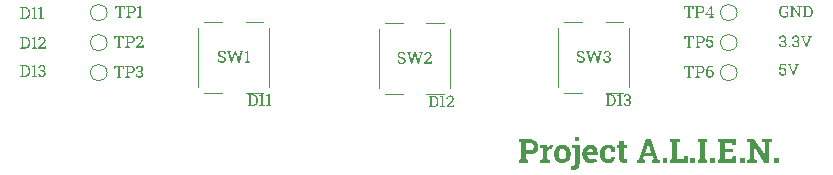
<source format=gbr>
%TF.GenerationSoftware,KiCad,Pcbnew,8.0.1*%
%TF.CreationDate,2024-08-17T00:23:43+01:00*%
%TF.ProjectId,ProjectALIENExpansionDemoButtons,50726f6a-6563-4744-914c-49454e457870,rev?*%
%TF.SameCoordinates,Original*%
%TF.FileFunction,Legend,Top*%
%TF.FilePolarity,Positive*%
%FSLAX46Y46*%
G04 Gerber Fmt 4.6, Leading zero omitted, Abs format (unit mm)*
G04 Created by KiCad (PCBNEW 8.0.1) date 2024-08-17 00:23:43*
%MOMM*%
%LPD*%
G01*
G04 APERTURE LIST*
%ADD10C,0.200000*%
%ADD11C,0.100000*%
%ADD12C,0.150000*%
%ADD13C,0.120000*%
G04 APERTURE END LIST*
D10*
G36*
X148356961Y-136437537D02*
G01*
X148459299Y-136452558D01*
X148553821Y-136477593D01*
X148640527Y-136512642D01*
X148727609Y-136562453D01*
X148810136Y-136629582D01*
X148877684Y-136709113D01*
X148895028Y-136735391D01*
X148942169Y-136829167D01*
X148971850Y-136932198D01*
X148983635Y-137032838D01*
X148984421Y-137068050D01*
X148977350Y-137171425D01*
X148956136Y-137267226D01*
X148915979Y-137364790D01*
X148895028Y-137401197D01*
X148831973Y-137484145D01*
X148753940Y-137554689D01*
X148670902Y-137607574D01*
X148640527Y-137622970D01*
X148542433Y-137660987D01*
X148446934Y-137684335D01*
X148343619Y-137697853D01*
X148246808Y-137701616D01*
X147911218Y-137701616D01*
X147911218Y-138142719D01*
X148123709Y-138184240D01*
X148123709Y-138423110D01*
X147299145Y-138423110D01*
X147299145Y-138184240D01*
X147511637Y-138142719D01*
X147511637Y-136739788D01*
X147911218Y-136739788D01*
X147911218Y-137393870D01*
X148246808Y-137393870D01*
X148352244Y-137383134D01*
X148445014Y-137346933D01*
X148499355Y-137303012D01*
X148554703Y-137220886D01*
X148581834Y-137122152D01*
X148584840Y-137070981D01*
X148572818Y-136970277D01*
X148532664Y-136876994D01*
X148499355Y-136833577D01*
X148416670Y-136772852D01*
X148316161Y-136744276D01*
X148246808Y-136739788D01*
X147911218Y-136739788D01*
X147511637Y-136739788D01*
X147511637Y-136714387D01*
X147299145Y-136672865D01*
X147299145Y-136432530D01*
X147511637Y-136432530D01*
X148246808Y-136432530D01*
X148356961Y-136437537D01*
G37*
G36*
X149150506Y-138423110D02*
G01*
X149150506Y-138184240D01*
X149341992Y-138142719D01*
X149341992Y-137225831D01*
X149129990Y-137184310D01*
X149129990Y-136943975D01*
X149713242Y-136943975D01*
X149728873Y-137127645D01*
X149731804Y-137160374D01*
X149780213Y-137071860D01*
X149846888Y-136994373D01*
X149866626Y-136978169D01*
X149955286Y-136932007D01*
X150053045Y-136916680D01*
X150060066Y-136916620D01*
X150137247Y-136922481D01*
X150212962Y-136938113D01*
X150169976Y-137305943D01*
X149971651Y-137295685D01*
X149874408Y-137305903D01*
X149834386Y-137324017D01*
X149759408Y-137392746D01*
X149741085Y-137418294D01*
X149741085Y-138142719D01*
X149933060Y-138184240D01*
X149933060Y-138423110D01*
X149150506Y-138423110D01*
G37*
G36*
X151112936Y-136922634D02*
G01*
X151210694Y-136940678D01*
X151311184Y-136975355D01*
X151382397Y-137012851D01*
X151464567Y-137072778D01*
X151535223Y-137144296D01*
X151594363Y-137227406D01*
X151622244Y-137278588D01*
X151662622Y-137378068D01*
X151687421Y-137473437D01*
X151701778Y-137575340D01*
X151705775Y-137669865D01*
X151705775Y-137698197D01*
X151700554Y-137805877D01*
X151684892Y-137907146D01*
X151658788Y-138002004D01*
X151622244Y-138090451D01*
X151569539Y-138180199D01*
X151505396Y-138258200D01*
X151429817Y-138324454D01*
X151382886Y-138356187D01*
X151290403Y-138402469D01*
X151188260Y-138433604D01*
X151089357Y-138448564D01*
X151010171Y-138451930D01*
X150904200Y-138445977D01*
X150806106Y-138428116D01*
X150705166Y-138393791D01*
X150633549Y-138356675D01*
X150551340Y-138296947D01*
X150480569Y-138225471D01*
X150421235Y-138142249D01*
X150393214Y-138090939D01*
X150352835Y-137990948D01*
X150328037Y-137895189D01*
X150313680Y-137792958D01*
X150309683Y-137698197D01*
X150709264Y-137698197D01*
X150714343Y-137802177D01*
X150731173Y-137901714D01*
X150740038Y-137934135D01*
X150780094Y-138023528D01*
X150837736Y-138090451D01*
X150925234Y-138135479D01*
X151010171Y-138146138D01*
X151109068Y-138130284D01*
X151178699Y-138089962D01*
X151242068Y-138012699D01*
X151276396Y-137933158D01*
X151299186Y-137831170D01*
X151307651Y-137731147D01*
X151308147Y-137698197D01*
X151308147Y-137669865D01*
X151302907Y-137568260D01*
X151285543Y-137470379D01*
X151276396Y-137438322D01*
X151235974Y-137348685D01*
X151178210Y-137281030D01*
X151091416Y-137234817D01*
X151007240Y-137223877D01*
X150908068Y-137240007D01*
X150837736Y-137281030D01*
X150774126Y-137358688D01*
X150740038Y-137438322D01*
X150717949Y-137539073D01*
X150709745Y-137637502D01*
X150709264Y-137669865D01*
X150709264Y-137698197D01*
X150309683Y-137698197D01*
X150309683Y-137669865D01*
X150314903Y-137562856D01*
X150330565Y-137462136D01*
X150356669Y-137367706D01*
X150393214Y-137279564D01*
X150446193Y-137189778D01*
X150510611Y-137111661D01*
X150586465Y-137045213D01*
X150633549Y-137013340D01*
X150726306Y-136966585D01*
X150828723Y-136935132D01*
X150927871Y-136920020D01*
X151007240Y-136916620D01*
X151112936Y-136922634D01*
G37*
G36*
X151941225Y-139020528D02*
G01*
X151841523Y-139015485D01*
X151838643Y-139015154D01*
X151744365Y-138997569D01*
X151764393Y-138695685D01*
X151827408Y-138707897D01*
X151898238Y-138713270D01*
X151992673Y-138681221D01*
X152019871Y-138651232D01*
X152056579Y-138560342D01*
X152063835Y-138478308D01*
X152063835Y-137225831D01*
X151850366Y-137184310D01*
X151850366Y-136943975D01*
X152461462Y-136943975D01*
X152461462Y-138478308D01*
X152454894Y-138586490D01*
X152435189Y-138683219D01*
X152396583Y-138779740D01*
X152340819Y-138861302D01*
X152324198Y-138879355D01*
X152238606Y-138947598D01*
X152147992Y-138989508D01*
X152043700Y-139013772D01*
X151941225Y-139020528D01*
G37*
G36*
X152044784Y-136630855D02*
G01*
X152044784Y-136290381D01*
X152457554Y-136290381D01*
X152457554Y-136630855D01*
X152044784Y-136630855D01*
G37*
G36*
X153482114Y-136922879D02*
G01*
X153579818Y-136941658D01*
X153676685Y-136977207D01*
X153711985Y-136995754D01*
X153798505Y-137058193D01*
X153869324Y-137137371D01*
X153920080Y-137223877D01*
X153957432Y-137323148D01*
X153979221Y-137423016D01*
X153989804Y-137532852D01*
X153990911Y-137584868D01*
X153990911Y-137802244D01*
X153121406Y-137802244D01*
X153118964Y-137810548D01*
X153136505Y-137908148D01*
X153167324Y-137983961D01*
X153227181Y-138062099D01*
X153281630Y-138102663D01*
X153374657Y-138137817D01*
X153460904Y-138146138D01*
X153560616Y-138140020D01*
X153659642Y-138120007D01*
X153665579Y-138118294D01*
X153759246Y-138083368D01*
X153850715Y-138035252D01*
X153958671Y-138280960D01*
X153875999Y-138336463D01*
X153786091Y-138380542D01*
X153727617Y-138403082D01*
X153627785Y-138430893D01*
X153528714Y-138446158D01*
X153421724Y-138451882D01*
X153410590Y-138451930D01*
X153307519Y-138446068D01*
X153211288Y-138428483D01*
X153111201Y-138394686D01*
X153039341Y-138358141D01*
X152956192Y-138299820D01*
X152884248Y-138230371D01*
X152823511Y-138149794D01*
X152794609Y-138100220D01*
X152752578Y-138004226D01*
X152724302Y-137900890D01*
X152710716Y-137802872D01*
X152707659Y-137725552D01*
X152707659Y-137671330D01*
X152712788Y-137564504D01*
X152717814Y-137531623D01*
X153120429Y-137531623D01*
X153124826Y-137538462D01*
X153618196Y-137538462D01*
X153618196Y-137502802D01*
X153609586Y-137404851D01*
X153593772Y-137347952D01*
X153539080Y-137264328D01*
X153517568Y-137247324D01*
X153421306Y-137213894D01*
X153381281Y-137211665D01*
X153283784Y-137231521D01*
X153246947Y-137253675D01*
X153180666Y-137329260D01*
X153161462Y-137367492D01*
X153131237Y-137465265D01*
X153120429Y-137531623D01*
X152717814Y-137531623D01*
X152728175Y-137463846D01*
X152753821Y-137369354D01*
X152789724Y-137281030D01*
X152841455Y-137190694D01*
X152903773Y-137112027D01*
X152976678Y-137045030D01*
X153021755Y-137012851D01*
X153110284Y-136965938D01*
X153207158Y-136934558D01*
X153312379Y-136918711D01*
X153374442Y-136916620D01*
X153482114Y-136922879D01*
G37*
G36*
X154870674Y-138451930D02*
G01*
X154767817Y-138445946D01*
X154660788Y-138424909D01*
X154562956Y-138388725D01*
X154502844Y-138356187D01*
X154421343Y-138296574D01*
X154351049Y-138225446D01*
X154291960Y-138142804D01*
X154263974Y-138091916D01*
X154223596Y-137993217D01*
X154196432Y-137886712D01*
X154183380Y-137785489D01*
X154180443Y-137705524D01*
X154180443Y-137664003D01*
X154185725Y-137557971D01*
X154201570Y-137458228D01*
X154232023Y-137353535D01*
X154264951Y-137277611D01*
X154318249Y-137188533D01*
X154382520Y-137110892D01*
X154457765Y-137044689D01*
X154504309Y-137012851D01*
X154595701Y-136966333D01*
X154695672Y-136935039D01*
X154804220Y-136918969D01*
X154868231Y-136916620D01*
X154976011Y-136921527D01*
X155075135Y-136936249D01*
X155175122Y-136964117D01*
X155212125Y-136978657D01*
X155305230Y-137023733D01*
X155391657Y-137078435D01*
X155446110Y-137123249D01*
X155443667Y-137546766D01*
X155142760Y-137546766D01*
X155089515Y-137282495D01*
X155006473Y-137229739D01*
X154910416Y-137209303D01*
X154903891Y-137209223D01*
X154803751Y-137222900D01*
X154722174Y-137263933D01*
X154652983Y-137340165D01*
X154615196Y-137419760D01*
X154591153Y-137516278D01*
X154580883Y-137620301D01*
X154580025Y-137664003D01*
X154580025Y-137705524D01*
X154584700Y-137803561D01*
X154602281Y-137902903D01*
X154619592Y-137955140D01*
X154669215Y-138044224D01*
X154725593Y-138099243D01*
X154814780Y-138139544D01*
X154873604Y-138146138D01*
X154973856Y-138130560D01*
X155042620Y-138090939D01*
X155104081Y-138008623D01*
X155130059Y-137933647D01*
X155471022Y-137933647D01*
X155475419Y-137941463D01*
X155454151Y-138044857D01*
X155421916Y-138138093D01*
X155383095Y-138214038D01*
X155323538Y-138292417D01*
X155248181Y-138356095D01*
X155189166Y-138390381D01*
X155095332Y-138425423D01*
X154995803Y-138444657D01*
X154894644Y-138451690D01*
X154870674Y-138451930D01*
G37*
G36*
X156235503Y-138451442D02*
G01*
X156127006Y-138442477D01*
X156023947Y-138411489D01*
X155939301Y-138358366D01*
X155917498Y-138338113D01*
X155858766Y-138254307D01*
X155824505Y-138156694D01*
X155808843Y-138052280D01*
X155806124Y-137978588D01*
X155806124Y-137224366D01*
X155602914Y-137224366D01*
X155602914Y-136943975D01*
X155806124Y-136943975D01*
X155806124Y-136582007D01*
X156203751Y-136582007D01*
X156203751Y-136943975D01*
X156475838Y-136943975D01*
X156475838Y-137224366D01*
X156203751Y-137224366D01*
X156203751Y-137977611D01*
X156222425Y-138075512D01*
X156239899Y-138100220D01*
X156331776Y-138137200D01*
X156339550Y-138137345D01*
X156410380Y-138132461D01*
X156475838Y-138122202D01*
X156510520Y-138410409D01*
X156412426Y-138433673D01*
X156377163Y-138439718D01*
X156279352Y-138450297D01*
X156235503Y-138451442D01*
G37*
G36*
X159127338Y-138163724D02*
G01*
X159269487Y-138184240D01*
X159269487Y-138423110D01*
X158591958Y-138423110D01*
X158591958Y-138184240D01*
X158729711Y-138158839D01*
X158642272Y-137885287D01*
X157942272Y-137885287D01*
X157854833Y-138158839D01*
X157992586Y-138184240D01*
X157992586Y-138423110D01*
X157314567Y-138423110D01*
X157314567Y-138184240D01*
X157457205Y-138163724D01*
X157666224Y-137591707D01*
X158036549Y-137591707D01*
X158547505Y-137591707D01*
X158315475Y-136909292D01*
X158295935Y-136849209D01*
X158287631Y-136849209D01*
X158267115Y-136913689D01*
X158036549Y-137591707D01*
X157666224Y-137591707D01*
X158089794Y-136432530D01*
X158498657Y-136432530D01*
X159127338Y-138163724D01*
G37*
G36*
X159502006Y-138423110D02*
G01*
X159502006Y-138072865D01*
X159899634Y-138072865D01*
X159899634Y-138423110D01*
X159502006Y-138423110D01*
G37*
G36*
X160115056Y-138423110D02*
G01*
X160115056Y-138184240D01*
X160327547Y-138142719D01*
X160327547Y-136714387D01*
X160115056Y-136672865D01*
X160115056Y-136432530D01*
X160327547Y-136432530D01*
X160727129Y-136432530D01*
X160967463Y-136432530D01*
X160967463Y-136672865D01*
X160727129Y-136714387D01*
X160727129Y-138117317D01*
X161288399Y-138117317D01*
X161307450Y-137825691D01*
X161612265Y-137825691D01*
X161612265Y-138423110D01*
X160115056Y-138423110D01*
G37*
G36*
X161854554Y-138423110D02*
G01*
X161854554Y-138072865D01*
X162252181Y-138072865D01*
X162252181Y-138423110D01*
X161854554Y-138423110D01*
G37*
G36*
X162467603Y-138423110D02*
G01*
X162467603Y-138184240D01*
X162680094Y-138142719D01*
X162680094Y-136714387D01*
X162467603Y-136672865D01*
X162467603Y-136432530D01*
X163291190Y-136432530D01*
X163291190Y-136672865D01*
X163078699Y-136714387D01*
X163078699Y-138142719D01*
X163291190Y-138184240D01*
X163291190Y-138423110D01*
X162467603Y-138423110D01*
G37*
G36*
X163542760Y-138423110D02*
G01*
X163542760Y-138072865D01*
X163940387Y-138072865D01*
X163940387Y-138423110D01*
X163542760Y-138423110D01*
G37*
G36*
X164155810Y-138423110D02*
G01*
X164155810Y-138184240D01*
X164368301Y-138142719D01*
X164368301Y-136714387D01*
X164155810Y-136672865D01*
X164155810Y-136432530D01*
X165701378Y-136432530D01*
X165701378Y-136969865D01*
X165395098Y-136969865D01*
X165376535Y-136739788D01*
X164767882Y-136739788D01*
X164767882Y-137240486D01*
X165441015Y-137240486D01*
X165441015Y-137548232D01*
X164767882Y-137548232D01*
X164767882Y-138116829D01*
X165409752Y-138116829D01*
X165427826Y-137879425D01*
X165731176Y-137879425D01*
X165731176Y-138423110D01*
X164155810Y-138423110D01*
G37*
G36*
X166043807Y-138423110D02*
G01*
X166043807Y-138072865D01*
X166441434Y-138072865D01*
X166441434Y-138423110D01*
X166043807Y-138423110D01*
G37*
G36*
X166656856Y-138423110D02*
G01*
X166656856Y-138184240D01*
X166868859Y-138142719D01*
X166868859Y-136714387D01*
X166656856Y-136672865D01*
X166656856Y-136432530D01*
X166868859Y-136432530D01*
X167274302Y-136432530D01*
X168140876Y-137812991D01*
X168149180Y-137812014D01*
X168149180Y-136714387D01*
X167894191Y-136672865D01*
X167894191Y-136432530D01*
X168506263Y-136432530D01*
X168718754Y-136432530D01*
X168718754Y-136672865D01*
X168506263Y-136714387D01*
X168506263Y-138423110D01*
X168119871Y-138423110D01*
X167234246Y-137056327D01*
X167225942Y-137057303D01*
X167225942Y-138142719D01*
X167481909Y-138184240D01*
X167481909Y-138423110D01*
X166656856Y-138423110D01*
G37*
G36*
X168949320Y-138423110D02*
G01*
X168949320Y-138072865D01*
X169346947Y-138072865D01*
X169346947Y-138423110D01*
X168949320Y-138423110D01*
G37*
D11*
G36*
X140133099Y-132755246D02*
G01*
X140185928Y-132764292D01*
X140235507Y-132779369D01*
X140281838Y-132800476D01*
X140306853Y-132815246D01*
X140347729Y-132844975D01*
X140384444Y-132879239D01*
X140416999Y-132918038D01*
X140445393Y-132961371D01*
X140459750Y-132988169D01*
X140481067Y-133037762D01*
X140497149Y-133090371D01*
X140507995Y-133145994D01*
X140513124Y-133196072D01*
X140514460Y-133239495D01*
X140514460Y-133260745D01*
X140512605Y-133311606D01*
X140507041Y-133360510D01*
X140495861Y-133415090D01*
X140479632Y-133467006D01*
X140461703Y-133509384D01*
X140436614Y-133555462D01*
X140407294Y-133597099D01*
X140373742Y-133634295D01*
X140335960Y-133667050D01*
X140312471Y-133683773D01*
X140268473Y-133708612D01*
X140221109Y-133727350D01*
X140170379Y-133739988D01*
X140116283Y-133746524D01*
X140083860Y-133747521D01*
X139687454Y-133747521D01*
X139687454Y-133661303D01*
X139798828Y-133642252D01*
X139798828Y-132858232D01*
X139933406Y-132858232D01*
X139933406Y-133642252D01*
X140077021Y-133642252D01*
X140127946Y-133638175D01*
X140179590Y-133624084D01*
X140226035Y-133599927D01*
X140238954Y-133590717D01*
X140278209Y-133554967D01*
X140311406Y-133512444D01*
X140336104Y-133468382D01*
X140343246Y-133452475D01*
X140360956Y-133402353D01*
X140372870Y-133349255D01*
X140378594Y-133299559D01*
X140379882Y-133260745D01*
X140379882Y-133238274D01*
X140377592Y-133185365D01*
X140370723Y-133135326D01*
X140357521Y-133082462D01*
X140343246Y-133043857D01*
X140320184Y-132998356D01*
X140288805Y-132954507D01*
X140251367Y-132917718D01*
X140238954Y-132908058D01*
X140194070Y-132881783D01*
X140143985Y-132865239D01*
X140094464Y-132858670D01*
X140077021Y-132858232D01*
X139933406Y-132858232D01*
X139798828Y-132858232D01*
X139687454Y-132838937D01*
X139687454Y-132752231D01*
X139798828Y-132752231D01*
X140077021Y-132752231D01*
X140133099Y-132755246D01*
G37*
G36*
X140640978Y-133747521D02*
G01*
X140640978Y-133661303D01*
X140794606Y-133642252D01*
X140794606Y-132896334D01*
X140638047Y-132899265D01*
X140638047Y-132815001D01*
X140929429Y-132752231D01*
X140929429Y-133642252D01*
X141082569Y-133661303D01*
X141082569Y-133747521D01*
X140640978Y-133747521D01*
G37*
G36*
X141200782Y-133747521D02*
G01*
X141200782Y-133655197D01*
X141527091Y-133292985D01*
X141560812Y-133254216D01*
X141592231Y-133215813D01*
X141617705Y-133181854D01*
X141644216Y-133140456D01*
X141663623Y-133098079D01*
X141674747Y-133050013D01*
X141676567Y-133020165D01*
X141670213Y-132967626D01*
X141651151Y-132921751D01*
X141631382Y-132894869D01*
X141592181Y-132863762D01*
X141541990Y-132847012D01*
X141502422Y-132843822D01*
X141451518Y-132848974D01*
X141404173Y-132866542D01*
X141365890Y-132896578D01*
X141338079Y-132937875D01*
X141322814Y-132984434D01*
X141317233Y-133033679D01*
X141317042Y-133045567D01*
X141187837Y-133045567D01*
X141186616Y-133041414D01*
X141189202Y-132989246D01*
X141199706Y-132940512D01*
X141218129Y-132895212D01*
X141222764Y-132886564D01*
X141253196Y-132842757D01*
X141291768Y-132805702D01*
X141333895Y-132777876D01*
X141382080Y-132756753D01*
X141430056Y-132744431D01*
X141482398Y-132738446D01*
X141507063Y-132737821D01*
X141558126Y-132740661D01*
X141609922Y-132750478D01*
X141656519Y-132767308D01*
X141669484Y-132773724D01*
X141712639Y-132801525D01*
X141748405Y-132835560D01*
X141774509Y-132871910D01*
X141795506Y-132916783D01*
X141807788Y-132966101D01*
X141811389Y-133014792D01*
X141806667Y-133065922D01*
X141793737Y-133113353D01*
X141789896Y-133123480D01*
X141769127Y-133167780D01*
X141741748Y-133212967D01*
X141726881Y-133234122D01*
X141696512Y-133273829D01*
X141662160Y-133315037D01*
X141627475Y-133353801D01*
X141365646Y-133638832D01*
X141367112Y-133642252D01*
X141720531Y-133642252D01*
X141731278Y-133528190D01*
X141845583Y-133528190D01*
X141845583Y-133747521D01*
X141200782Y-133747521D01*
G37*
G36*
X155135405Y-132631872D02*
G01*
X155188234Y-132640918D01*
X155237813Y-132655995D01*
X155284144Y-132677102D01*
X155309159Y-132691872D01*
X155350035Y-132721601D01*
X155386750Y-132755865D01*
X155419305Y-132794664D01*
X155447699Y-132837997D01*
X155462056Y-132864795D01*
X155483373Y-132914388D01*
X155499455Y-132966997D01*
X155510301Y-133022620D01*
X155515430Y-133072698D01*
X155516766Y-133116121D01*
X155516766Y-133137371D01*
X155514911Y-133188232D01*
X155509347Y-133237136D01*
X155498167Y-133291716D01*
X155481938Y-133343632D01*
X155464009Y-133386010D01*
X155438920Y-133432088D01*
X155409600Y-133473725D01*
X155376048Y-133510921D01*
X155338266Y-133543676D01*
X155314777Y-133560399D01*
X155270779Y-133585238D01*
X155223415Y-133603976D01*
X155172685Y-133616614D01*
X155118589Y-133623150D01*
X155086166Y-133624147D01*
X154689760Y-133624147D01*
X154689760Y-133537929D01*
X154801134Y-133518878D01*
X154801134Y-132734858D01*
X154935712Y-132734858D01*
X154935712Y-133518878D01*
X155079327Y-133518878D01*
X155130252Y-133514801D01*
X155181896Y-133500710D01*
X155228341Y-133476553D01*
X155241260Y-133467343D01*
X155280515Y-133431593D01*
X155313712Y-133389070D01*
X155338410Y-133345008D01*
X155345552Y-133329101D01*
X155363262Y-133278979D01*
X155375176Y-133225881D01*
X155380900Y-133176185D01*
X155382188Y-133137371D01*
X155382188Y-133114900D01*
X155379898Y-133061991D01*
X155373029Y-133011952D01*
X155359827Y-132959088D01*
X155345552Y-132920483D01*
X155322490Y-132874982D01*
X155291111Y-132831133D01*
X155253673Y-132794344D01*
X155241260Y-132784684D01*
X155196376Y-132758409D01*
X155146291Y-132741865D01*
X155096770Y-132735296D01*
X155079327Y-132734858D01*
X154935712Y-132734858D01*
X154801134Y-132734858D01*
X154689760Y-132715563D01*
X154689760Y-132628857D01*
X154801134Y-132628857D01*
X155079327Y-132628857D01*
X155135405Y-132631872D01*
G37*
G36*
X155643284Y-133624147D02*
G01*
X155643284Y-133537929D01*
X155796912Y-133518878D01*
X155796912Y-132772960D01*
X155640353Y-132775891D01*
X155640353Y-132691627D01*
X155931735Y-132628857D01*
X155931735Y-133518878D01*
X156084875Y-133537929D01*
X156084875Y-133624147D01*
X155643284Y-133624147D01*
G37*
G36*
X156499111Y-133638557D02*
G01*
X156449568Y-133635929D01*
X156398191Y-133626847D01*
X156350678Y-133611276D01*
X156337178Y-133605340D01*
X156291979Y-133579213D01*
X156254111Y-133546506D01*
X156226047Y-133511062D01*
X156203612Y-133466231D01*
X156191047Y-133416032D01*
X156188189Y-133365738D01*
X156190143Y-133361585D01*
X156318615Y-133361585D01*
X156324111Y-133410739D01*
X156340597Y-133452688D01*
X156373158Y-133491993D01*
X156402879Y-133512039D01*
X156450109Y-133528619D01*
X156499111Y-133533288D01*
X156548937Y-133528756D01*
X156595427Y-133513303D01*
X156633200Y-133486882D01*
X156662818Y-133445677D01*
X156677960Y-133396984D01*
X156681804Y-133349373D01*
X156677583Y-133296417D01*
X156663186Y-133249130D01*
X156638573Y-133213330D01*
X156595383Y-133185023D01*
X156545929Y-133172343D01*
X156502530Y-133169611D01*
X156385049Y-133169611D01*
X156385049Y-133064342D01*
X156502530Y-133064342D01*
X156553249Y-133059941D01*
X156598273Y-133044314D01*
X156635749Y-133012104D01*
X156650541Y-132986184D01*
X156663576Y-132938528D01*
X156666661Y-132894837D01*
X156662511Y-132845416D01*
X156646574Y-132796690D01*
X156624163Y-132764900D01*
X156583140Y-132736119D01*
X156533395Y-132722575D01*
X156499111Y-132720448D01*
X156449957Y-132725699D01*
X156407520Y-132741453D01*
X156367431Y-132772133D01*
X156346947Y-132800071D01*
X156329568Y-132846911D01*
X156325454Y-132889220D01*
X156196250Y-132889220D01*
X156195028Y-132885068D01*
X156198389Y-132835104D01*
X156212786Y-132784220D01*
X156230932Y-132748536D01*
X156260682Y-132709222D01*
X156297878Y-132675912D01*
X156338155Y-132650839D01*
X156383678Y-132631648D01*
X156433543Y-132619564D01*
X156487749Y-132614589D01*
X156499111Y-132614447D01*
X156548968Y-132617031D01*
X156602120Y-132626580D01*
X156649873Y-132643164D01*
X156697837Y-132670733D01*
X156719173Y-132687964D01*
X156755077Y-132728630D01*
X156780723Y-132777112D01*
X156794748Y-132825946D01*
X156800918Y-132880763D01*
X156801239Y-132897524D01*
X156795072Y-132947492D01*
X156778431Y-132993546D01*
X156763870Y-133020378D01*
X156730771Y-133062086D01*
X156691198Y-133093138D01*
X156652251Y-133113435D01*
X156698518Y-133132705D01*
X156740182Y-133160326D01*
X156774167Y-133198257D01*
X156779013Y-133206003D01*
X156800289Y-133250947D01*
X156812733Y-133299470D01*
X156816382Y-133346687D01*
X156813156Y-133395766D01*
X156802003Y-133445540D01*
X156780533Y-133494506D01*
X156775594Y-133502758D01*
X156744025Y-133544071D01*
X156705068Y-133578341D01*
X156663242Y-133603386D01*
X156616359Y-133621933D01*
X156565468Y-133633611D01*
X156516241Y-133638248D01*
X156499111Y-133638557D01*
G37*
G36*
X124852357Y-132635825D02*
G01*
X124905186Y-132644871D01*
X124954765Y-132659948D01*
X125001096Y-132681055D01*
X125026111Y-132695825D01*
X125066987Y-132725554D01*
X125103702Y-132759818D01*
X125136257Y-132798617D01*
X125164651Y-132841950D01*
X125179008Y-132868748D01*
X125200325Y-132918341D01*
X125216407Y-132970950D01*
X125227253Y-133026573D01*
X125232382Y-133076651D01*
X125233718Y-133120074D01*
X125233718Y-133141324D01*
X125231863Y-133192185D01*
X125226299Y-133241089D01*
X125215119Y-133295669D01*
X125198890Y-133347585D01*
X125180961Y-133389963D01*
X125155872Y-133436041D01*
X125126552Y-133477678D01*
X125093000Y-133514874D01*
X125055218Y-133547629D01*
X125031729Y-133564352D01*
X124987731Y-133589191D01*
X124940367Y-133607929D01*
X124889637Y-133620567D01*
X124835541Y-133627103D01*
X124803118Y-133628100D01*
X124406712Y-133628100D01*
X124406712Y-133541882D01*
X124518086Y-133522831D01*
X124518086Y-132738811D01*
X124652664Y-132738811D01*
X124652664Y-133522831D01*
X124796279Y-133522831D01*
X124847204Y-133518754D01*
X124898848Y-133504663D01*
X124945293Y-133480506D01*
X124958212Y-133471296D01*
X124997467Y-133435546D01*
X125030664Y-133393023D01*
X125055362Y-133348961D01*
X125062504Y-133333054D01*
X125080214Y-133282932D01*
X125092128Y-133229834D01*
X125097852Y-133180138D01*
X125099140Y-133141324D01*
X125099140Y-133118853D01*
X125096850Y-133065944D01*
X125089981Y-133015905D01*
X125076779Y-132963041D01*
X125062504Y-132924436D01*
X125039442Y-132878935D01*
X125008063Y-132835086D01*
X124970625Y-132798297D01*
X124958212Y-132788637D01*
X124913328Y-132762362D01*
X124863243Y-132745818D01*
X124813722Y-132739249D01*
X124796279Y-132738811D01*
X124652664Y-132738811D01*
X124518086Y-132738811D01*
X124406712Y-132719516D01*
X124406712Y-132632810D01*
X124518086Y-132632810D01*
X124796279Y-132632810D01*
X124852357Y-132635825D01*
G37*
G36*
X125360236Y-133628100D02*
G01*
X125360236Y-133541882D01*
X125513864Y-133522831D01*
X125513864Y-132776913D01*
X125357305Y-132779844D01*
X125357305Y-132695580D01*
X125648687Y-132632810D01*
X125648687Y-133522831D01*
X125801827Y-133541882D01*
X125801827Y-133628100D01*
X125360236Y-133628100D01*
G37*
G36*
X125936649Y-133628100D02*
G01*
X125936649Y-133541882D01*
X126090278Y-133522831D01*
X126090278Y-132776913D01*
X125933718Y-132779844D01*
X125933718Y-132695580D01*
X126225100Y-132632810D01*
X126225100Y-133522831D01*
X126378240Y-133541882D01*
X126378240Y-133628100D01*
X125936649Y-133628100D01*
G37*
G36*
X105570106Y-125254098D02*
G01*
X105622935Y-125263144D01*
X105672514Y-125278221D01*
X105718845Y-125299328D01*
X105743860Y-125314098D01*
X105784736Y-125343827D01*
X105821451Y-125378091D01*
X105854006Y-125416890D01*
X105882400Y-125460223D01*
X105896757Y-125487021D01*
X105918074Y-125536614D01*
X105934156Y-125589223D01*
X105945002Y-125644846D01*
X105950131Y-125694924D01*
X105951467Y-125738347D01*
X105951467Y-125759597D01*
X105949612Y-125810458D01*
X105944048Y-125859362D01*
X105932868Y-125913942D01*
X105916639Y-125965858D01*
X105898710Y-126008236D01*
X105873621Y-126054314D01*
X105844301Y-126095951D01*
X105810749Y-126133147D01*
X105772967Y-126165902D01*
X105749478Y-126182625D01*
X105705480Y-126207464D01*
X105658116Y-126226202D01*
X105607386Y-126238840D01*
X105553290Y-126245376D01*
X105520867Y-126246373D01*
X105124461Y-126246373D01*
X105124461Y-126160155D01*
X105235835Y-126141104D01*
X105235835Y-125357084D01*
X105370413Y-125357084D01*
X105370413Y-126141104D01*
X105514028Y-126141104D01*
X105564953Y-126137027D01*
X105616597Y-126122936D01*
X105663042Y-126098779D01*
X105675961Y-126089569D01*
X105715216Y-126053819D01*
X105748413Y-126011296D01*
X105773111Y-125967234D01*
X105780253Y-125951327D01*
X105797963Y-125901205D01*
X105809877Y-125848107D01*
X105815601Y-125798411D01*
X105816889Y-125759597D01*
X105816889Y-125737126D01*
X105814599Y-125684217D01*
X105807730Y-125634178D01*
X105794528Y-125581314D01*
X105780253Y-125542709D01*
X105757191Y-125497208D01*
X105725812Y-125453359D01*
X105688374Y-125416570D01*
X105675961Y-125406910D01*
X105631077Y-125380635D01*
X105580992Y-125364091D01*
X105531471Y-125357522D01*
X105514028Y-125357084D01*
X105370413Y-125357084D01*
X105235835Y-125357084D01*
X105124461Y-125337789D01*
X105124461Y-125251083D01*
X105235835Y-125251083D01*
X105514028Y-125251083D01*
X105570106Y-125254098D01*
G37*
G36*
X106077985Y-126246373D02*
G01*
X106077985Y-126160155D01*
X106231613Y-126141104D01*
X106231613Y-125395186D01*
X106075054Y-125398117D01*
X106075054Y-125313853D01*
X106366436Y-125251083D01*
X106366436Y-126141104D01*
X106519576Y-126160155D01*
X106519576Y-126246373D01*
X106077985Y-126246373D01*
G37*
G36*
X106654398Y-126246373D02*
G01*
X106654398Y-126160155D01*
X106808027Y-126141104D01*
X106808027Y-125395186D01*
X106651467Y-125398117D01*
X106651467Y-125313853D01*
X106942849Y-125251083D01*
X106942849Y-126141104D01*
X107095989Y-126160155D01*
X107095989Y-126246373D01*
X106654398Y-126246373D01*
G37*
G36*
X169667695Y-128674450D02*
G01*
X169618152Y-128671822D01*
X169566775Y-128662740D01*
X169519262Y-128647169D01*
X169505762Y-128641233D01*
X169460563Y-128615106D01*
X169422695Y-128582399D01*
X169394631Y-128546955D01*
X169372196Y-128502124D01*
X169359631Y-128451925D01*
X169356773Y-128401631D01*
X169358727Y-128397478D01*
X169487199Y-128397478D01*
X169492695Y-128446632D01*
X169509181Y-128488581D01*
X169541742Y-128527886D01*
X169571463Y-128547932D01*
X169618693Y-128564512D01*
X169667695Y-128569181D01*
X169717521Y-128564649D01*
X169764011Y-128549196D01*
X169801784Y-128522775D01*
X169831402Y-128481570D01*
X169846544Y-128432877D01*
X169850388Y-128385266D01*
X169846167Y-128332310D01*
X169831770Y-128285023D01*
X169807157Y-128249223D01*
X169763967Y-128220916D01*
X169714513Y-128208236D01*
X169671114Y-128205504D01*
X169553633Y-128205504D01*
X169553633Y-128100235D01*
X169671114Y-128100235D01*
X169721833Y-128095834D01*
X169766857Y-128080207D01*
X169804333Y-128047997D01*
X169819125Y-128022077D01*
X169832160Y-127974421D01*
X169835245Y-127930730D01*
X169831095Y-127881309D01*
X169815158Y-127832583D01*
X169792747Y-127800793D01*
X169751724Y-127772012D01*
X169701979Y-127758468D01*
X169667695Y-127756341D01*
X169618541Y-127761592D01*
X169576104Y-127777346D01*
X169536015Y-127808026D01*
X169515531Y-127835964D01*
X169498152Y-127882804D01*
X169494038Y-127925113D01*
X169364834Y-127925113D01*
X169363612Y-127920961D01*
X169366973Y-127870997D01*
X169381370Y-127820113D01*
X169399516Y-127784429D01*
X169429266Y-127745115D01*
X169466462Y-127711805D01*
X169506739Y-127686732D01*
X169552262Y-127667541D01*
X169602127Y-127655457D01*
X169656333Y-127650482D01*
X169667695Y-127650340D01*
X169717552Y-127652924D01*
X169770704Y-127662473D01*
X169818457Y-127679057D01*
X169866421Y-127706626D01*
X169887757Y-127723857D01*
X169923661Y-127764523D01*
X169949307Y-127813005D01*
X169963332Y-127861839D01*
X169969502Y-127916656D01*
X169969823Y-127933417D01*
X169963656Y-127983385D01*
X169947015Y-128029439D01*
X169932454Y-128056271D01*
X169899355Y-128097979D01*
X169859782Y-128129031D01*
X169820835Y-128149328D01*
X169867102Y-128168598D01*
X169908766Y-128196219D01*
X169942751Y-128234150D01*
X169947597Y-128241896D01*
X169968873Y-128286840D01*
X169981317Y-128335363D01*
X169984966Y-128382580D01*
X169981740Y-128431659D01*
X169970587Y-128481433D01*
X169949117Y-128530399D01*
X169944178Y-128538651D01*
X169912609Y-128579964D01*
X169873652Y-128614234D01*
X169831826Y-128639279D01*
X169784943Y-128657826D01*
X169734052Y-128669504D01*
X169684825Y-128674141D01*
X169667695Y-128674450D01*
G37*
G36*
X170160821Y-128660040D02*
G01*
X170160821Y-128522042D01*
X170295399Y-128522042D01*
X170295399Y-128660040D01*
X170160821Y-128660040D01*
G37*
G36*
X170760926Y-128674450D02*
G01*
X170711383Y-128671822D01*
X170660006Y-128662740D01*
X170612493Y-128647169D01*
X170598993Y-128641233D01*
X170553794Y-128615106D01*
X170515926Y-128582399D01*
X170487862Y-128546955D01*
X170465427Y-128502124D01*
X170452862Y-128451925D01*
X170450004Y-128401631D01*
X170451958Y-128397478D01*
X170580430Y-128397478D01*
X170585926Y-128446632D01*
X170602412Y-128488581D01*
X170634973Y-128527886D01*
X170664694Y-128547932D01*
X170711924Y-128564512D01*
X170760926Y-128569181D01*
X170810752Y-128564649D01*
X170857242Y-128549196D01*
X170895015Y-128522775D01*
X170924633Y-128481570D01*
X170939775Y-128432877D01*
X170943619Y-128385266D01*
X170939398Y-128332310D01*
X170925001Y-128285023D01*
X170900388Y-128249223D01*
X170857198Y-128220916D01*
X170807744Y-128208236D01*
X170764345Y-128205504D01*
X170646864Y-128205504D01*
X170646864Y-128100235D01*
X170764345Y-128100235D01*
X170815064Y-128095834D01*
X170860088Y-128080207D01*
X170897564Y-128047997D01*
X170912356Y-128022077D01*
X170925391Y-127974421D01*
X170928476Y-127930730D01*
X170924326Y-127881309D01*
X170908389Y-127832583D01*
X170885978Y-127800793D01*
X170844955Y-127772012D01*
X170795210Y-127758468D01*
X170760926Y-127756341D01*
X170711772Y-127761592D01*
X170669335Y-127777346D01*
X170629246Y-127808026D01*
X170608762Y-127835964D01*
X170591383Y-127882804D01*
X170587269Y-127925113D01*
X170458064Y-127925113D01*
X170456843Y-127920961D01*
X170460204Y-127870997D01*
X170474601Y-127820113D01*
X170492747Y-127784429D01*
X170522497Y-127745115D01*
X170559693Y-127711805D01*
X170599970Y-127686732D01*
X170645493Y-127667541D01*
X170695358Y-127655457D01*
X170749564Y-127650482D01*
X170760926Y-127650340D01*
X170810783Y-127652924D01*
X170863935Y-127662473D01*
X170911688Y-127679057D01*
X170959652Y-127706626D01*
X170980988Y-127723857D01*
X171016892Y-127764523D01*
X171042538Y-127813005D01*
X171056563Y-127861839D01*
X171062733Y-127916656D01*
X171063054Y-127933417D01*
X171056887Y-127983385D01*
X171040246Y-128029439D01*
X171025685Y-128056271D01*
X170992586Y-128097979D01*
X170953013Y-128129031D01*
X170914066Y-128149328D01*
X170960333Y-128168598D01*
X171001997Y-128196219D01*
X171035982Y-128234150D01*
X171040828Y-128241896D01*
X171062104Y-128286840D01*
X171074548Y-128335363D01*
X171078197Y-128382580D01*
X171074971Y-128431659D01*
X171063818Y-128481433D01*
X171042348Y-128530399D01*
X171037409Y-128538651D01*
X171005840Y-128579964D01*
X170966883Y-128614234D01*
X170925057Y-128639279D01*
X170878174Y-128657826D01*
X170827283Y-128669504D01*
X170778056Y-128674141D01*
X170760926Y-128674450D01*
G37*
G36*
X171612112Y-128660040D02*
G01*
X171278720Y-127762447D01*
X171199342Y-127751456D01*
X171199342Y-127664750D01*
X171513682Y-127664750D01*
X171513682Y-127751456D01*
X171422824Y-127765866D01*
X171645817Y-128398944D01*
X171669021Y-128477590D01*
X171673173Y-128477590D01*
X171697597Y-128398944D01*
X171928651Y-127765134D01*
X171827534Y-127751456D01*
X171827534Y-127664750D01*
X172141386Y-127664750D01*
X172141386Y-127751456D01*
X172061275Y-127762447D01*
X171727639Y-128660040D01*
X171612112Y-128660040D01*
G37*
G36*
X169810088Y-126151071D02*
G01*
X169759553Y-126148821D01*
X169703894Y-126140510D01*
X169651788Y-126126074D01*
X169603236Y-126105514D01*
X169570730Y-126087079D01*
X169528712Y-126056722D01*
X169491136Y-126021643D01*
X169458000Y-125981842D01*
X169429306Y-125937320D01*
X169414903Y-125909759D01*
X169393585Y-125858376D01*
X169377504Y-125803604D01*
X169367887Y-125753959D01*
X169362116Y-125701823D01*
X169360193Y-125647198D01*
X169360193Y-125630834D01*
X169362125Y-125575727D01*
X169367921Y-125523248D01*
X169377581Y-125473397D01*
X169391105Y-125426173D01*
X169411767Y-125374400D01*
X169415148Y-125367296D01*
X169441225Y-125320194D01*
X169471160Y-125277837D01*
X169504952Y-125240225D01*
X169542600Y-125207358D01*
X169565845Y-125190708D01*
X169608972Y-125165869D01*
X169654576Y-125147131D01*
X169702658Y-125134493D01*
X169753218Y-125127957D01*
X169783222Y-125126961D01*
X169832402Y-125128234D01*
X169884487Y-125132810D01*
X169937827Y-125141936D01*
X169980570Y-125153583D01*
X170028936Y-125172035D01*
X170072676Y-125194112D01*
X170115445Y-125222585D01*
X170119055Y-125225390D01*
X170119055Y-125426402D01*
X170008169Y-125426402D01*
X169993759Y-125282055D01*
X169948685Y-125259944D01*
X169911693Y-125249082D01*
X169862384Y-125241018D01*
X169813225Y-125238022D01*
X169796899Y-125237847D01*
X169745269Y-125242665D01*
X169696931Y-125257119D01*
X169651885Y-125281209D01*
X169643270Y-125287184D01*
X169603319Y-125321659D01*
X169568948Y-125363720D01*
X169542787Y-125408059D01*
X169535071Y-125424204D01*
X169517760Y-125469908D01*
X169505395Y-125519337D01*
X169497976Y-125572490D01*
X169495542Y-125622055D01*
X169495503Y-125629368D01*
X169495503Y-125647198D01*
X169497257Y-125697788D01*
X169503553Y-125752055D01*
X169514430Y-125802537D01*
X169529886Y-125849233D01*
X169532140Y-125854804D01*
X169555414Y-125901408D01*
X169584020Y-125941753D01*
X169622059Y-125979238D01*
X169639118Y-125992069D01*
X169686040Y-126017829D01*
X169733326Y-126032855D01*
X169785404Y-126040154D01*
X169810088Y-126040917D01*
X169861988Y-126038942D01*
X169913258Y-126031754D01*
X169925371Y-126028949D01*
X169972545Y-126014234D01*
X170008902Y-125997931D01*
X170008902Y-125764190D01*
X169818148Y-125757351D01*
X169818148Y-125658189D01*
X170143480Y-125658189D01*
X170143480Y-126043604D01*
X170102386Y-126075259D01*
X170057979Y-126100345D01*
X170020137Y-126117610D01*
X169971034Y-126133785D01*
X169920835Y-126143718D01*
X169871851Y-126148979D01*
X169818146Y-126151038D01*
X169810088Y-126151071D01*
G37*
G36*
X170281477Y-126136661D02*
G01*
X170281477Y-126050443D01*
X170393096Y-126031392D01*
X170393096Y-125247372D01*
X170281477Y-125228077D01*
X170281477Y-125141371D01*
X170393096Y-125141371D01*
X170528895Y-125141371D01*
X171017136Y-125917330D01*
X171021289Y-125915865D01*
X171021289Y-125247372D01*
X170898923Y-125228077D01*
X170898923Y-125141371D01*
X171144875Y-125141371D01*
X171256250Y-125141371D01*
X171256250Y-125228077D01*
X171144875Y-125247372D01*
X171144875Y-126136661D01*
X171021777Y-126136661D01*
X170520835Y-125356793D01*
X170516683Y-125358014D01*
X170516683Y-126031392D01*
X170639048Y-126050443D01*
X170639048Y-126136661D01*
X170281477Y-126136661D01*
G37*
G36*
X171814247Y-125144386D02*
G01*
X171867076Y-125153432D01*
X171916655Y-125168509D01*
X171962986Y-125189616D01*
X171988002Y-125204386D01*
X172028878Y-125234115D01*
X172065593Y-125268379D01*
X172098147Y-125307178D01*
X172126541Y-125350511D01*
X172140898Y-125377309D01*
X172162216Y-125426902D01*
X172178297Y-125479511D01*
X172189143Y-125535134D01*
X172194272Y-125585212D01*
X172195608Y-125628635D01*
X172195608Y-125649885D01*
X172193753Y-125700746D01*
X172188189Y-125749650D01*
X172177009Y-125804230D01*
X172160781Y-125856146D01*
X172142852Y-125898524D01*
X172117762Y-125944602D01*
X172088442Y-125986239D01*
X172054891Y-126023435D01*
X172017109Y-126056190D01*
X171993619Y-126072913D01*
X171949621Y-126097752D01*
X171902257Y-126116490D01*
X171851527Y-126129128D01*
X171797431Y-126135664D01*
X171765008Y-126136661D01*
X171368602Y-126136661D01*
X171368602Y-126050443D01*
X171479977Y-126031392D01*
X171479977Y-125247372D01*
X171614554Y-125247372D01*
X171614554Y-126031392D01*
X171758169Y-126031392D01*
X171809095Y-126027315D01*
X171860739Y-126013224D01*
X171907183Y-125989067D01*
X171920102Y-125979857D01*
X171959358Y-125944107D01*
X171992555Y-125901584D01*
X172017252Y-125857522D01*
X172024394Y-125841615D01*
X172042104Y-125791493D01*
X172054018Y-125738395D01*
X172059742Y-125688699D01*
X172061030Y-125649885D01*
X172061030Y-125627414D01*
X172058741Y-125574505D01*
X172051871Y-125524466D01*
X172038669Y-125471602D01*
X172024394Y-125432997D01*
X172001332Y-125387496D01*
X171969953Y-125343647D01*
X171932515Y-125306858D01*
X171920102Y-125297198D01*
X171875218Y-125270923D01*
X171825134Y-125254379D01*
X171775612Y-125247810D01*
X171758169Y-125247372D01*
X171614554Y-125247372D01*
X171479977Y-125247372D01*
X171368602Y-125228077D01*
X171368602Y-125141371D01*
X171479977Y-125141371D01*
X171758169Y-125141371D01*
X171814247Y-125144386D01*
G37*
G36*
X105570106Y-130163717D02*
G01*
X105622935Y-130172763D01*
X105672514Y-130187840D01*
X105718845Y-130208947D01*
X105743860Y-130223717D01*
X105784736Y-130253446D01*
X105821451Y-130287710D01*
X105854006Y-130326509D01*
X105882400Y-130369842D01*
X105896757Y-130396640D01*
X105918074Y-130446233D01*
X105934156Y-130498842D01*
X105945002Y-130554465D01*
X105950131Y-130604543D01*
X105951467Y-130647966D01*
X105951467Y-130669216D01*
X105949612Y-130720077D01*
X105944048Y-130768981D01*
X105932868Y-130823561D01*
X105916639Y-130875477D01*
X105898710Y-130917855D01*
X105873621Y-130963933D01*
X105844301Y-131005570D01*
X105810749Y-131042766D01*
X105772967Y-131075521D01*
X105749478Y-131092244D01*
X105705480Y-131117083D01*
X105658116Y-131135821D01*
X105607386Y-131148459D01*
X105553290Y-131154995D01*
X105520867Y-131155992D01*
X105124461Y-131155992D01*
X105124461Y-131069774D01*
X105235835Y-131050723D01*
X105235835Y-130266703D01*
X105370413Y-130266703D01*
X105370413Y-131050723D01*
X105514028Y-131050723D01*
X105564953Y-131046646D01*
X105616597Y-131032555D01*
X105663042Y-131008398D01*
X105675961Y-130999188D01*
X105715216Y-130963438D01*
X105748413Y-130920915D01*
X105773111Y-130876853D01*
X105780253Y-130860946D01*
X105797963Y-130810824D01*
X105809877Y-130757726D01*
X105815601Y-130708030D01*
X105816889Y-130669216D01*
X105816889Y-130646745D01*
X105814599Y-130593836D01*
X105807730Y-130543797D01*
X105794528Y-130490933D01*
X105780253Y-130452328D01*
X105757191Y-130406827D01*
X105725812Y-130362978D01*
X105688374Y-130326189D01*
X105675961Y-130316529D01*
X105631077Y-130290254D01*
X105580992Y-130273710D01*
X105531471Y-130267141D01*
X105514028Y-130266703D01*
X105370413Y-130266703D01*
X105235835Y-130266703D01*
X105124461Y-130247408D01*
X105124461Y-130160702D01*
X105235835Y-130160702D01*
X105514028Y-130160702D01*
X105570106Y-130163717D01*
G37*
G36*
X106077985Y-131155992D02*
G01*
X106077985Y-131069774D01*
X106231613Y-131050723D01*
X106231613Y-130304805D01*
X106075054Y-130307736D01*
X106075054Y-130223472D01*
X106366436Y-130160702D01*
X106366436Y-131050723D01*
X106519576Y-131069774D01*
X106519576Y-131155992D01*
X106077985Y-131155992D01*
G37*
G36*
X106933812Y-131170402D02*
G01*
X106884269Y-131167774D01*
X106832892Y-131158692D01*
X106785379Y-131143121D01*
X106771879Y-131137185D01*
X106726680Y-131111058D01*
X106688812Y-131078351D01*
X106660748Y-131042907D01*
X106638313Y-130998076D01*
X106625748Y-130947877D01*
X106622890Y-130897583D01*
X106624844Y-130893430D01*
X106753316Y-130893430D01*
X106758812Y-130942584D01*
X106775298Y-130984533D01*
X106807859Y-131023838D01*
X106837580Y-131043884D01*
X106884810Y-131060464D01*
X106933812Y-131065133D01*
X106983638Y-131060601D01*
X107030128Y-131045148D01*
X107067901Y-131018727D01*
X107097519Y-130977522D01*
X107112661Y-130928829D01*
X107116505Y-130881218D01*
X107112284Y-130828262D01*
X107097887Y-130780975D01*
X107073274Y-130745175D01*
X107030084Y-130716868D01*
X106980630Y-130704188D01*
X106937231Y-130701456D01*
X106819750Y-130701456D01*
X106819750Y-130596187D01*
X106937231Y-130596187D01*
X106987950Y-130591786D01*
X107032974Y-130576159D01*
X107070450Y-130543949D01*
X107085242Y-130518029D01*
X107098277Y-130470373D01*
X107101362Y-130426682D01*
X107097212Y-130377261D01*
X107081275Y-130328535D01*
X107058864Y-130296745D01*
X107017841Y-130267964D01*
X106968096Y-130254420D01*
X106933812Y-130252293D01*
X106884658Y-130257544D01*
X106842221Y-130273298D01*
X106802132Y-130303978D01*
X106781648Y-130331916D01*
X106764269Y-130378756D01*
X106760155Y-130421065D01*
X106630951Y-130421065D01*
X106629729Y-130416913D01*
X106633090Y-130366949D01*
X106647487Y-130316065D01*
X106665633Y-130280381D01*
X106695383Y-130241067D01*
X106732579Y-130207757D01*
X106772856Y-130182684D01*
X106818379Y-130163493D01*
X106868244Y-130151409D01*
X106922450Y-130146434D01*
X106933812Y-130146292D01*
X106983669Y-130148876D01*
X107036821Y-130158425D01*
X107084574Y-130175009D01*
X107132538Y-130202578D01*
X107153874Y-130219809D01*
X107189778Y-130260475D01*
X107215424Y-130308957D01*
X107229449Y-130357791D01*
X107235619Y-130412608D01*
X107235940Y-130429369D01*
X107229773Y-130479337D01*
X107213132Y-130525391D01*
X107198571Y-130552223D01*
X107165472Y-130593931D01*
X107125899Y-130624983D01*
X107086952Y-130645280D01*
X107133219Y-130664550D01*
X107174883Y-130692171D01*
X107208868Y-130730102D01*
X107213714Y-130737848D01*
X107234990Y-130782792D01*
X107247434Y-130831315D01*
X107251083Y-130878532D01*
X107247857Y-130927611D01*
X107236704Y-130977385D01*
X107215234Y-131026351D01*
X107210295Y-131034603D01*
X107178726Y-131075916D01*
X107139769Y-131110186D01*
X107097943Y-131135231D01*
X107051060Y-131153778D01*
X107000169Y-131165456D01*
X106950942Y-131170093D01*
X106933812Y-131170402D01*
G37*
G36*
X169662321Y-131060690D02*
G01*
X169611503Y-131057684D01*
X169559514Y-131047436D01*
X169511623Y-131029915D01*
X169469217Y-131005237D01*
X169430788Y-130970283D01*
X169407332Y-130938568D01*
X169386148Y-130893519D01*
X169374315Y-130841659D01*
X169371672Y-130788603D01*
X169373138Y-130784451D01*
X169494771Y-130784451D01*
X169500312Y-130835679D01*
X169518997Y-130882018D01*
X169541665Y-130910236D01*
X169584201Y-130939492D01*
X169631336Y-130953259D01*
X169662321Y-130955421D01*
X169712005Y-130949554D01*
X169758006Y-130929545D01*
X169794945Y-130895337D01*
X169821783Y-130848638D01*
X169836514Y-130797118D01*
X169841900Y-130743368D01*
X169842084Y-130730473D01*
X169838317Y-130679007D01*
X169825294Y-130628394D01*
X169802968Y-130584697D01*
X169794457Y-130572937D01*
X169757552Y-130538034D01*
X169711988Y-130517619D01*
X169663054Y-130511632D01*
X169613618Y-130514460D01*
X169565560Y-130526241D01*
X169547771Y-130535568D01*
X169513562Y-130570533D01*
X169495503Y-130608841D01*
X169383396Y-130597117D01*
X169440793Y-130050990D01*
X169966404Y-130050990D01*
X169966404Y-130247850D01*
X169865287Y-130247850D01*
X169852342Y-130170669D01*
X169555099Y-130170669D01*
X169522859Y-130450083D01*
X169564332Y-130423994D01*
X169567311Y-130422483D01*
X169614305Y-130404603D01*
X169619579Y-130403188D01*
X169669005Y-130395399D01*
X169681372Y-130394884D01*
X169730883Y-130397756D01*
X169781182Y-130408652D01*
X169826519Y-130427657D01*
X169839153Y-130434940D01*
X169881161Y-130466970D01*
X169915839Y-130507312D01*
X169941002Y-130551199D01*
X169959807Y-130600992D01*
X169970777Y-130650293D01*
X169976105Y-130703843D01*
X169976662Y-130729008D01*
X169973822Y-130783190D01*
X169965302Y-130833353D01*
X169949173Y-130884377D01*
X169940758Y-130903397D01*
X169915108Y-130946736D01*
X169882731Y-130983635D01*
X169843629Y-131014094D01*
X169835001Y-131019413D01*
X169788018Y-131041180D01*
X169740308Y-131053878D01*
X169687459Y-131060045D01*
X169662321Y-131060690D01*
G37*
G36*
X170501295Y-131046280D02*
G01*
X170167904Y-130148687D01*
X170088525Y-130137696D01*
X170088525Y-130050990D01*
X170402866Y-130050990D01*
X170402866Y-130137696D01*
X170312007Y-130152106D01*
X170535001Y-130785184D01*
X170558204Y-130863830D01*
X170562356Y-130863830D01*
X170586780Y-130785184D01*
X170817834Y-130151374D01*
X170716718Y-130137696D01*
X170716718Y-130050990D01*
X171030570Y-130050990D01*
X171030570Y-130137696D01*
X170950458Y-130148687D01*
X170616822Y-131046280D01*
X170501295Y-131046280D01*
G37*
G36*
X105570106Y-127777477D02*
G01*
X105622935Y-127786523D01*
X105672514Y-127801600D01*
X105718845Y-127822707D01*
X105743860Y-127837477D01*
X105784736Y-127867206D01*
X105821451Y-127901470D01*
X105854006Y-127940269D01*
X105882400Y-127983602D01*
X105896757Y-128010400D01*
X105918074Y-128059993D01*
X105934156Y-128112602D01*
X105945002Y-128168225D01*
X105950131Y-128218303D01*
X105951467Y-128261726D01*
X105951467Y-128282976D01*
X105949612Y-128333837D01*
X105944048Y-128382741D01*
X105932868Y-128437321D01*
X105916639Y-128489237D01*
X105898710Y-128531615D01*
X105873621Y-128577693D01*
X105844301Y-128619330D01*
X105810749Y-128656526D01*
X105772967Y-128689281D01*
X105749478Y-128706004D01*
X105705480Y-128730843D01*
X105658116Y-128749581D01*
X105607386Y-128762219D01*
X105553290Y-128768755D01*
X105520867Y-128769752D01*
X105124461Y-128769752D01*
X105124461Y-128683534D01*
X105235835Y-128664483D01*
X105235835Y-127880463D01*
X105370413Y-127880463D01*
X105370413Y-128664483D01*
X105514028Y-128664483D01*
X105564953Y-128660406D01*
X105616597Y-128646315D01*
X105663042Y-128622158D01*
X105675961Y-128612948D01*
X105715216Y-128577198D01*
X105748413Y-128534675D01*
X105773111Y-128490613D01*
X105780253Y-128474706D01*
X105797963Y-128424584D01*
X105809877Y-128371486D01*
X105815601Y-128321790D01*
X105816889Y-128282976D01*
X105816889Y-128260505D01*
X105814599Y-128207596D01*
X105807730Y-128157557D01*
X105794528Y-128104693D01*
X105780253Y-128066088D01*
X105757191Y-128020587D01*
X105725812Y-127976738D01*
X105688374Y-127939949D01*
X105675961Y-127930289D01*
X105631077Y-127904014D01*
X105580992Y-127887470D01*
X105531471Y-127880901D01*
X105514028Y-127880463D01*
X105370413Y-127880463D01*
X105235835Y-127880463D01*
X105124461Y-127861168D01*
X105124461Y-127774462D01*
X105235835Y-127774462D01*
X105514028Y-127774462D01*
X105570106Y-127777477D01*
G37*
G36*
X106077985Y-128769752D02*
G01*
X106077985Y-128683534D01*
X106231613Y-128664483D01*
X106231613Y-127918565D01*
X106075054Y-127921496D01*
X106075054Y-127837232D01*
X106366436Y-127774462D01*
X106366436Y-128664483D01*
X106519576Y-128683534D01*
X106519576Y-128769752D01*
X106077985Y-128769752D01*
G37*
G36*
X106637789Y-128769752D02*
G01*
X106637789Y-128677428D01*
X106964098Y-128315216D01*
X106997819Y-128276447D01*
X107029238Y-128238044D01*
X107054712Y-128204085D01*
X107081223Y-128162687D01*
X107100630Y-128120310D01*
X107111754Y-128072244D01*
X107113574Y-128042396D01*
X107107220Y-127989857D01*
X107088158Y-127943982D01*
X107068389Y-127917100D01*
X107029188Y-127885993D01*
X106978997Y-127869243D01*
X106939429Y-127866053D01*
X106888525Y-127871205D01*
X106841180Y-127888773D01*
X106802897Y-127918809D01*
X106775086Y-127960106D01*
X106759821Y-128006665D01*
X106754240Y-128055910D01*
X106754049Y-128067798D01*
X106624844Y-128067798D01*
X106623623Y-128063645D01*
X106626209Y-128011477D01*
X106636713Y-127962743D01*
X106655136Y-127917443D01*
X106659771Y-127908795D01*
X106690203Y-127864988D01*
X106728775Y-127827933D01*
X106770902Y-127800107D01*
X106819087Y-127778984D01*
X106867063Y-127766662D01*
X106919405Y-127760677D01*
X106944070Y-127760052D01*
X106995133Y-127762892D01*
X107046929Y-127772709D01*
X107093526Y-127789539D01*
X107106491Y-127795955D01*
X107149646Y-127823756D01*
X107185412Y-127857791D01*
X107211516Y-127894141D01*
X107232513Y-127939014D01*
X107244795Y-127988332D01*
X107248396Y-128037023D01*
X107243674Y-128088153D01*
X107230744Y-128135584D01*
X107226903Y-128145711D01*
X107206134Y-128190011D01*
X107178755Y-128235198D01*
X107163888Y-128256353D01*
X107133519Y-128296060D01*
X107099167Y-128337268D01*
X107064482Y-128376032D01*
X106802653Y-128661063D01*
X106804119Y-128664483D01*
X107157538Y-128664483D01*
X107168285Y-128550421D01*
X107282590Y-128550421D01*
X107282590Y-128769752D01*
X106637789Y-128769752D01*
G37*
G36*
X152566999Y-129969410D02*
G01*
X152516413Y-129967304D01*
X152466870Y-129960986D01*
X152418371Y-129950457D01*
X152391877Y-129942787D01*
X152345215Y-129925434D01*
X152299751Y-129903598D01*
X152255485Y-129877280D01*
X152231410Y-129860722D01*
X152231410Y-129647986D01*
X152335946Y-129647986D01*
X152358416Y-129804546D01*
X152401754Y-129827508D01*
X152448419Y-129845104D01*
X152454892Y-129847044D01*
X152505435Y-129857738D01*
X152555805Y-129861812D01*
X152566999Y-129861943D01*
X152619098Y-129858517D01*
X152667450Y-129847163D01*
X152682770Y-129841182D01*
X152727033Y-129814575D01*
X152755555Y-129783541D01*
X152776094Y-129737989D01*
X152780956Y-129697323D01*
X152773207Y-129646757D01*
X152758974Y-129616723D01*
X152725478Y-129580135D01*
X152686923Y-129555418D01*
X152640154Y-129535074D01*
X152591073Y-129519560D01*
X152549902Y-129509256D01*
X152500596Y-129496296D01*
X152449870Y-129479344D01*
X152404168Y-129459880D01*
X152376490Y-129445509D01*
X152331974Y-129415950D01*
X152295481Y-129382351D01*
X152269267Y-129348300D01*
X152246942Y-129303100D01*
X152234921Y-129253229D01*
X152232631Y-129217386D01*
X152237508Y-129165754D01*
X152252141Y-129117990D01*
X152273908Y-129077923D01*
X152306263Y-129038696D01*
X152346238Y-129005646D01*
X152389191Y-128980959D01*
X152437829Y-128962154D01*
X152485683Y-128951185D01*
X152537400Y-128945857D01*
X152561626Y-128945300D01*
X152612383Y-128947284D01*
X152665871Y-128954261D01*
X152715534Y-128966261D01*
X152746518Y-128977051D01*
X152793950Y-128998208D01*
X152839678Y-129024510D01*
X152878653Y-129053988D01*
X152878653Y-129253046D01*
X152774117Y-129253046D01*
X152751647Y-129110652D01*
X152709764Y-129084490D01*
X152674955Y-129069863D01*
X152627306Y-129057942D01*
X152578196Y-129053514D01*
X152561626Y-129053255D01*
X152510768Y-129057709D01*
X152463026Y-129072280D01*
X152460265Y-129073527D01*
X152417109Y-129101236D01*
X152391877Y-129129947D01*
X152372128Y-129174787D01*
X152367453Y-129215432D01*
X152376135Y-129264968D01*
X152389679Y-129290659D01*
X152425889Y-129325985D01*
X152461975Y-129347079D01*
X152508418Y-129366242D01*
X152556405Y-129381700D01*
X152596309Y-129392508D01*
X152643596Y-129405556D01*
X152695414Y-129423623D01*
X152741856Y-129444317D01*
X152789245Y-129471780D01*
X152829318Y-129502820D01*
X152834445Y-129507547D01*
X152869922Y-129547892D01*
X152895262Y-129592726D01*
X152910466Y-129642048D01*
X152915534Y-129695858D01*
X152910454Y-129748770D01*
X152895216Y-129797353D01*
X152872547Y-129837763D01*
X152838809Y-129877071D01*
X152796701Y-129910030D01*
X152751158Y-129934483D01*
X152704992Y-129951367D01*
X152654421Y-129962725D01*
X152605771Y-129968182D01*
X152566999Y-129969410D01*
G37*
G36*
X153341982Y-129955000D02*
G01*
X153109707Y-129056674D01*
X153025687Y-129046416D01*
X153025687Y-128959710D01*
X153348332Y-128959710D01*
X153348332Y-129046416D01*
X153245018Y-129062292D01*
X153374955Y-129609884D01*
X153404997Y-129737623D01*
X153409149Y-129738356D01*
X153448716Y-129610373D01*
X153648995Y-128959710D01*
X153767209Y-128959710D01*
X153969686Y-129610373D01*
X154008521Y-129745928D01*
X154012673Y-129745928D01*
X154048332Y-129610373D01*
X154176804Y-129062292D01*
X154065429Y-129046416D01*
X154065429Y-128959710D01*
X154382456Y-128959710D01*
X154382456Y-129046416D01*
X154303810Y-129056674D01*
X154081061Y-129955000D01*
X153953322Y-129955000D01*
X153737167Y-129265990D01*
X153709812Y-129165362D01*
X153705660Y-129165362D01*
X153679037Y-129265990D01*
X153462394Y-129955000D01*
X153341982Y-129955000D01*
G37*
G36*
X154793273Y-129969410D02*
G01*
X154743730Y-129966782D01*
X154692353Y-129957700D01*
X154644840Y-129942129D01*
X154631340Y-129936193D01*
X154586141Y-129910066D01*
X154548273Y-129877359D01*
X154520209Y-129841915D01*
X154497774Y-129797084D01*
X154485209Y-129746885D01*
X154482352Y-129696591D01*
X154484306Y-129692438D01*
X154612777Y-129692438D01*
X154618273Y-129741592D01*
X154634759Y-129783541D01*
X154667321Y-129822846D01*
X154697041Y-129842892D01*
X154744272Y-129859472D01*
X154793273Y-129864141D01*
X154843099Y-129859609D01*
X154889589Y-129844156D01*
X154927362Y-129817735D01*
X154956981Y-129776530D01*
X154972122Y-129727837D01*
X154975967Y-129680226D01*
X154971745Y-129627270D01*
X154957349Y-129579983D01*
X154932736Y-129544183D01*
X154889545Y-129515876D01*
X154840091Y-129503196D01*
X154796692Y-129500464D01*
X154679212Y-129500464D01*
X154679212Y-129395195D01*
X154796692Y-129395195D01*
X154847411Y-129390794D01*
X154892436Y-129375167D01*
X154929912Y-129342957D01*
X154944703Y-129317037D01*
X154957738Y-129269381D01*
X154960824Y-129225690D01*
X154956673Y-129176269D01*
X154940736Y-129127543D01*
X154918325Y-129095753D01*
X154877302Y-129066972D01*
X154827557Y-129053428D01*
X154793273Y-129051301D01*
X154744119Y-129056552D01*
X154701682Y-129072306D01*
X154661593Y-129102986D01*
X154641110Y-129130924D01*
X154623730Y-129177764D01*
X154619616Y-129220073D01*
X154490412Y-129220073D01*
X154489191Y-129215921D01*
X154492552Y-129165957D01*
X154506949Y-129115073D01*
X154525094Y-129079389D01*
X154554844Y-129040075D01*
X154592041Y-129006765D01*
X154632317Y-128981692D01*
X154677841Y-128962501D01*
X154727705Y-128950417D01*
X154781911Y-128945442D01*
X154793273Y-128945300D01*
X154843130Y-128947884D01*
X154896283Y-128957433D01*
X154944036Y-128974017D01*
X154991999Y-129001586D01*
X155013336Y-129018817D01*
X155049239Y-129059483D01*
X155074885Y-129107965D01*
X155088910Y-129156799D01*
X155095081Y-129211616D01*
X155095401Y-129228377D01*
X155089234Y-129278345D01*
X155072593Y-129324399D01*
X155058032Y-129351231D01*
X155024933Y-129392939D01*
X154985360Y-129423991D01*
X154946413Y-129444288D01*
X154992680Y-129463558D01*
X155034345Y-129491179D01*
X155068329Y-129529110D01*
X155073175Y-129536856D01*
X155094451Y-129581800D01*
X155106895Y-129630323D01*
X155110544Y-129677540D01*
X155107318Y-129726619D01*
X155096165Y-129776393D01*
X155074695Y-129825359D01*
X155069756Y-129833611D01*
X155038187Y-129874924D01*
X154999231Y-129909194D01*
X154957404Y-129934239D01*
X154910521Y-129952786D01*
X154859631Y-129964464D01*
X154810403Y-129969101D01*
X154793273Y-129969410D01*
G37*
G36*
X137388695Y-130069410D02*
G01*
X137338109Y-130067304D01*
X137288566Y-130060986D01*
X137240067Y-130050457D01*
X137213573Y-130042787D01*
X137166911Y-130025434D01*
X137121447Y-130003598D01*
X137077181Y-129977280D01*
X137053106Y-129960722D01*
X137053106Y-129747986D01*
X137157642Y-129747986D01*
X137180112Y-129904546D01*
X137223450Y-129927508D01*
X137270115Y-129945104D01*
X137276588Y-129947044D01*
X137327131Y-129957738D01*
X137377501Y-129961812D01*
X137388695Y-129961943D01*
X137440794Y-129958517D01*
X137489146Y-129947163D01*
X137504466Y-129941182D01*
X137548729Y-129914575D01*
X137577251Y-129883541D01*
X137597790Y-129837989D01*
X137602652Y-129797323D01*
X137594903Y-129746757D01*
X137580670Y-129716723D01*
X137547174Y-129680135D01*
X137508619Y-129655418D01*
X137461850Y-129635074D01*
X137412769Y-129619560D01*
X137371598Y-129609256D01*
X137322292Y-129596296D01*
X137271566Y-129579344D01*
X137225864Y-129559880D01*
X137198186Y-129545509D01*
X137153670Y-129515950D01*
X137117177Y-129482351D01*
X137090963Y-129448300D01*
X137068638Y-129403100D01*
X137056617Y-129353229D01*
X137054327Y-129317386D01*
X137059204Y-129265754D01*
X137073837Y-129217990D01*
X137095604Y-129177923D01*
X137127959Y-129138696D01*
X137167934Y-129105646D01*
X137210887Y-129080959D01*
X137259525Y-129062154D01*
X137307379Y-129051185D01*
X137359096Y-129045857D01*
X137383322Y-129045300D01*
X137434079Y-129047284D01*
X137487567Y-129054261D01*
X137537230Y-129066261D01*
X137568214Y-129077051D01*
X137615646Y-129098208D01*
X137661374Y-129124510D01*
X137700349Y-129153988D01*
X137700349Y-129353046D01*
X137595813Y-129353046D01*
X137573343Y-129210652D01*
X137531460Y-129184490D01*
X137496651Y-129169863D01*
X137449002Y-129157942D01*
X137399892Y-129153514D01*
X137383322Y-129153255D01*
X137332464Y-129157709D01*
X137284722Y-129172280D01*
X137281961Y-129173527D01*
X137238805Y-129201236D01*
X137213573Y-129229947D01*
X137193824Y-129274787D01*
X137189149Y-129315432D01*
X137197831Y-129364968D01*
X137211375Y-129390659D01*
X137247585Y-129425985D01*
X137283671Y-129447079D01*
X137330114Y-129466242D01*
X137378101Y-129481700D01*
X137418005Y-129492508D01*
X137465292Y-129505556D01*
X137517110Y-129523623D01*
X137563552Y-129544317D01*
X137610941Y-129571780D01*
X137651014Y-129602820D01*
X137656141Y-129607547D01*
X137691618Y-129647892D01*
X137716958Y-129692726D01*
X137732162Y-129742048D01*
X137737230Y-129795858D01*
X137732150Y-129848770D01*
X137716912Y-129897353D01*
X137694243Y-129937763D01*
X137660505Y-129977071D01*
X137618397Y-130010030D01*
X137572854Y-130034483D01*
X137526688Y-130051367D01*
X137476117Y-130062725D01*
X137427467Y-130068182D01*
X137388695Y-130069410D01*
G37*
G36*
X138163678Y-130055000D02*
G01*
X137931403Y-129156674D01*
X137847383Y-129146416D01*
X137847383Y-129059710D01*
X138170028Y-129059710D01*
X138170028Y-129146416D01*
X138066714Y-129162292D01*
X138196651Y-129709884D01*
X138226693Y-129837623D01*
X138230845Y-129838356D01*
X138270412Y-129710373D01*
X138470691Y-129059710D01*
X138588905Y-129059710D01*
X138791382Y-129710373D01*
X138830217Y-129845928D01*
X138834369Y-129845928D01*
X138870028Y-129710373D01*
X138998500Y-129162292D01*
X138887125Y-129146416D01*
X138887125Y-129059710D01*
X139204152Y-129059710D01*
X139204152Y-129146416D01*
X139125506Y-129156674D01*
X138902757Y-130055000D01*
X138775018Y-130055000D01*
X138558863Y-129365990D01*
X138531508Y-129265362D01*
X138527356Y-129265362D01*
X138500733Y-129365990D01*
X138284090Y-130055000D01*
X138163678Y-130055000D01*
G37*
G36*
X139318947Y-130055000D02*
G01*
X139318947Y-129962676D01*
X139645255Y-129600464D01*
X139678977Y-129561695D01*
X139710396Y-129523292D01*
X139735869Y-129489333D01*
X139762380Y-129447935D01*
X139781787Y-129405558D01*
X139792911Y-129357492D01*
X139794732Y-129327644D01*
X139788378Y-129275105D01*
X139769315Y-129229230D01*
X139749547Y-129202348D01*
X139710346Y-129171241D01*
X139660154Y-129154491D01*
X139620587Y-129151301D01*
X139569682Y-129156453D01*
X139522337Y-129174021D01*
X139484055Y-129204057D01*
X139456244Y-129245354D01*
X139440978Y-129291913D01*
X139435397Y-129341158D01*
X139435206Y-129353046D01*
X139306002Y-129353046D01*
X139304781Y-129348893D01*
X139307366Y-129296725D01*
X139317870Y-129247991D01*
X139336294Y-129202691D01*
X139340928Y-129194043D01*
X139371361Y-129150236D01*
X139409932Y-129113181D01*
X139452059Y-129085355D01*
X139500244Y-129064232D01*
X139548220Y-129051910D01*
X139600562Y-129045925D01*
X139625227Y-129045300D01*
X139676290Y-129048140D01*
X139728087Y-129057957D01*
X139774683Y-129074787D01*
X139787649Y-129081203D01*
X139830803Y-129109004D01*
X139866570Y-129143039D01*
X139892673Y-129179389D01*
X139913671Y-129224262D01*
X139925952Y-129273580D01*
X139929554Y-129322271D01*
X139924831Y-129373401D01*
X139911901Y-129420832D01*
X139908060Y-129430959D01*
X139887292Y-129475259D01*
X139859912Y-129520446D01*
X139845046Y-129541601D01*
X139814676Y-129581308D01*
X139780324Y-129622516D01*
X139745639Y-129661280D01*
X139483811Y-129946311D01*
X139485276Y-129949731D01*
X139838695Y-129949731D01*
X139849442Y-129835669D01*
X139963748Y-129835669D01*
X139963748Y-130055000D01*
X139318947Y-130055000D01*
G37*
G36*
X122176880Y-129969410D02*
G01*
X122126294Y-129967304D01*
X122076751Y-129960986D01*
X122028252Y-129950457D01*
X122001758Y-129942787D01*
X121955096Y-129925434D01*
X121909632Y-129903598D01*
X121865366Y-129877280D01*
X121841291Y-129860722D01*
X121841291Y-129647986D01*
X121945827Y-129647986D01*
X121968297Y-129804546D01*
X122011635Y-129827508D01*
X122058300Y-129845104D01*
X122064773Y-129847044D01*
X122115316Y-129857738D01*
X122165686Y-129861812D01*
X122176880Y-129861943D01*
X122228979Y-129858517D01*
X122277331Y-129847163D01*
X122292651Y-129841182D01*
X122336914Y-129814575D01*
X122365436Y-129783541D01*
X122385975Y-129737989D01*
X122390837Y-129697323D01*
X122383088Y-129646757D01*
X122368855Y-129616723D01*
X122335359Y-129580135D01*
X122296804Y-129555418D01*
X122250035Y-129535074D01*
X122200954Y-129519560D01*
X122159783Y-129509256D01*
X122110477Y-129496296D01*
X122059751Y-129479344D01*
X122014049Y-129459880D01*
X121986371Y-129445509D01*
X121941855Y-129415950D01*
X121905362Y-129382351D01*
X121879148Y-129348300D01*
X121856823Y-129303100D01*
X121844802Y-129253229D01*
X121842512Y-129217386D01*
X121847389Y-129165754D01*
X121862022Y-129117990D01*
X121883789Y-129077923D01*
X121916144Y-129038696D01*
X121956119Y-129005646D01*
X121999072Y-128980959D01*
X122047710Y-128962154D01*
X122095564Y-128951185D01*
X122147281Y-128945857D01*
X122171507Y-128945300D01*
X122222264Y-128947284D01*
X122275752Y-128954261D01*
X122325415Y-128966261D01*
X122356399Y-128977051D01*
X122403831Y-128998208D01*
X122449559Y-129024510D01*
X122488534Y-129053988D01*
X122488534Y-129253046D01*
X122383998Y-129253046D01*
X122361528Y-129110652D01*
X122319645Y-129084490D01*
X122284836Y-129069863D01*
X122237187Y-129057942D01*
X122188077Y-129053514D01*
X122171507Y-129053255D01*
X122120649Y-129057709D01*
X122072907Y-129072280D01*
X122070146Y-129073527D01*
X122026990Y-129101236D01*
X122001758Y-129129947D01*
X121982009Y-129174787D01*
X121977334Y-129215432D01*
X121986016Y-129264968D01*
X121999560Y-129290659D01*
X122035770Y-129325985D01*
X122071856Y-129347079D01*
X122118299Y-129366242D01*
X122166286Y-129381700D01*
X122206190Y-129392508D01*
X122253477Y-129405556D01*
X122305295Y-129423623D01*
X122351737Y-129444317D01*
X122399126Y-129471780D01*
X122439199Y-129502820D01*
X122444326Y-129507547D01*
X122479803Y-129547892D01*
X122505143Y-129592726D01*
X122520347Y-129642048D01*
X122525415Y-129695858D01*
X122520335Y-129748770D01*
X122505097Y-129797353D01*
X122482428Y-129837763D01*
X122448690Y-129877071D01*
X122406582Y-129910030D01*
X122361039Y-129934483D01*
X122314873Y-129951367D01*
X122264302Y-129962725D01*
X122215652Y-129968182D01*
X122176880Y-129969410D01*
G37*
G36*
X122951863Y-129955000D02*
G01*
X122719588Y-129056674D01*
X122635568Y-129046416D01*
X122635568Y-128959710D01*
X122958213Y-128959710D01*
X122958213Y-129046416D01*
X122854899Y-129062292D01*
X122984836Y-129609884D01*
X123014878Y-129737623D01*
X123019030Y-129738356D01*
X123058597Y-129610373D01*
X123258876Y-128959710D01*
X123377090Y-128959710D01*
X123579567Y-129610373D01*
X123618402Y-129745928D01*
X123622554Y-129745928D01*
X123658213Y-129610373D01*
X123786685Y-129062292D01*
X123675310Y-129046416D01*
X123675310Y-128959710D01*
X123992337Y-128959710D01*
X123992337Y-129046416D01*
X123913691Y-129056674D01*
X123690942Y-129955000D01*
X123563203Y-129955000D01*
X123347048Y-129265990D01*
X123319693Y-129165362D01*
X123315541Y-129165362D01*
X123288918Y-129265990D01*
X123072275Y-129955000D01*
X122951863Y-129955000D01*
G37*
G36*
X124123740Y-129955000D02*
G01*
X124123740Y-129868782D01*
X124277369Y-129849731D01*
X124277369Y-129103813D01*
X124120809Y-129106744D01*
X124120809Y-129022480D01*
X124412191Y-128959710D01*
X124412191Y-129849731D01*
X124565331Y-129868782D01*
X124565331Y-129955000D01*
X124123740Y-129955000D01*
G37*
D12*
G36*
X113291032Y-128685000D02*
G01*
X113291032Y-128598782D01*
X113402651Y-128579731D01*
X113402651Y-127791559D01*
X113176971Y-127791559D01*
X113157187Y-127929556D01*
X113056071Y-127929556D01*
X113056071Y-127689710D01*
X113883077Y-127689710D01*
X113883077Y-127929556D01*
X113783426Y-127929556D01*
X113762910Y-127791559D01*
X113537229Y-127791559D01*
X113537229Y-128579731D01*
X113648604Y-128598782D01*
X113648604Y-128685000D01*
X113291032Y-128685000D01*
G37*
G36*
X114514781Y-127692045D02*
G01*
X114567842Y-127700256D01*
X114615880Y-127714379D01*
X114645115Y-127727079D01*
X114688649Y-127753216D01*
X114728493Y-127788743D01*
X114759909Y-127831371D01*
X114782575Y-127880035D01*
X114795016Y-127928884D01*
X114799682Y-127982121D01*
X114799721Y-127987686D01*
X114796571Y-128036664D01*
X114785685Y-128086734D01*
X114767024Y-128132225D01*
X114759909Y-128144979D01*
X114728493Y-128187438D01*
X114688649Y-128222798D01*
X114645115Y-128248782D01*
X114595150Y-128268231D01*
X114544879Y-128279576D01*
X114495977Y-128284762D01*
X114463398Y-128285662D01*
X114252128Y-128285662D01*
X114252128Y-128579731D01*
X114363503Y-128598782D01*
X114363503Y-128685000D01*
X114006176Y-128685000D01*
X114006176Y-128598782D01*
X114117550Y-128579731D01*
X114117550Y-127795711D01*
X114252128Y-127795711D01*
X114252128Y-128180394D01*
X114463398Y-128180394D01*
X114516258Y-128176105D01*
X114565564Y-128161278D01*
X114608341Y-128132738D01*
X114614829Y-128126172D01*
X114643474Y-128085407D01*
X114660229Y-128038005D01*
X114665143Y-127989152D01*
X114660229Y-127940098D01*
X114643474Y-127892365D01*
X114614829Y-127851154D01*
X114574235Y-127819589D01*
X114526913Y-127802263D01*
X114475839Y-127795928D01*
X114463398Y-127795711D01*
X114252128Y-127795711D01*
X114117550Y-127795711D01*
X114006176Y-127776416D01*
X114006176Y-127689710D01*
X114117550Y-127689710D01*
X114463398Y-127689710D01*
X114514781Y-127692045D01*
G37*
G36*
X114903035Y-128685000D02*
G01*
X114903035Y-128592676D01*
X115229344Y-128230464D01*
X115263065Y-128191695D01*
X115294484Y-128153292D01*
X115319958Y-128119333D01*
X115346469Y-128077935D01*
X115365875Y-128035558D01*
X115377000Y-127987492D01*
X115378820Y-127957644D01*
X115372466Y-127905105D01*
X115353404Y-127859230D01*
X115333635Y-127832348D01*
X115294434Y-127801241D01*
X115244242Y-127784491D01*
X115204675Y-127781301D01*
X115153771Y-127786453D01*
X115106426Y-127804021D01*
X115068143Y-127834057D01*
X115040332Y-127875354D01*
X115025067Y-127921913D01*
X115019486Y-127971158D01*
X115019295Y-127983046D01*
X114890090Y-127983046D01*
X114888869Y-127978893D01*
X114891455Y-127926725D01*
X114901959Y-127877991D01*
X114920382Y-127832691D01*
X114925017Y-127824043D01*
X114955449Y-127780236D01*
X114994020Y-127743181D01*
X115036148Y-127715355D01*
X115084333Y-127694232D01*
X115132309Y-127681910D01*
X115184651Y-127675925D01*
X115209316Y-127675300D01*
X115260379Y-127678140D01*
X115312175Y-127687957D01*
X115358772Y-127704787D01*
X115371737Y-127711203D01*
X115414892Y-127739004D01*
X115450658Y-127773039D01*
X115476762Y-127809389D01*
X115497759Y-127854262D01*
X115510041Y-127903580D01*
X115513642Y-127952271D01*
X115508920Y-128003401D01*
X115495990Y-128050832D01*
X115492149Y-128060959D01*
X115471380Y-128105259D01*
X115444001Y-128150446D01*
X115429134Y-128171601D01*
X115398765Y-128211308D01*
X115364413Y-128252516D01*
X115329727Y-128291280D01*
X115067899Y-128576311D01*
X115069365Y-128579731D01*
X115422784Y-128579731D01*
X115433531Y-128465669D01*
X115547836Y-128465669D01*
X115547836Y-128685000D01*
X114903035Y-128685000D01*
G37*
G36*
X161568129Y-128685000D02*
G01*
X161568129Y-128598782D01*
X161679748Y-128579731D01*
X161679748Y-127791559D01*
X161454068Y-127791559D01*
X161434284Y-127929556D01*
X161333168Y-127929556D01*
X161333168Y-127689710D01*
X162160174Y-127689710D01*
X162160174Y-127929556D01*
X162060523Y-127929556D01*
X162040007Y-127791559D01*
X161814326Y-127791559D01*
X161814326Y-128579731D01*
X161925701Y-128598782D01*
X161925701Y-128685000D01*
X161568129Y-128685000D01*
G37*
G36*
X162791878Y-127692045D02*
G01*
X162844939Y-127700256D01*
X162892977Y-127714379D01*
X162922212Y-127727079D01*
X162965746Y-127753216D01*
X163005590Y-127788743D01*
X163037006Y-127831371D01*
X163059672Y-127880035D01*
X163072113Y-127928884D01*
X163076779Y-127982121D01*
X163076818Y-127987686D01*
X163073668Y-128036664D01*
X163062782Y-128086734D01*
X163044121Y-128132225D01*
X163037006Y-128144979D01*
X163005590Y-128187438D01*
X162965746Y-128222798D01*
X162922212Y-128248782D01*
X162872247Y-128268231D01*
X162821976Y-128279576D01*
X162773074Y-128284762D01*
X162740495Y-128285662D01*
X162529225Y-128285662D01*
X162529225Y-128579731D01*
X162640600Y-128598782D01*
X162640600Y-128685000D01*
X162283273Y-128685000D01*
X162283273Y-128598782D01*
X162394647Y-128579731D01*
X162394647Y-127795711D01*
X162529225Y-127795711D01*
X162529225Y-128180394D01*
X162740495Y-128180394D01*
X162793355Y-128176105D01*
X162842661Y-128161278D01*
X162885438Y-128132738D01*
X162891926Y-128126172D01*
X162920571Y-128085407D01*
X162937326Y-128038005D01*
X162942240Y-127989152D01*
X162937326Y-127940098D01*
X162920571Y-127892365D01*
X162891926Y-127851154D01*
X162851332Y-127819589D01*
X162804010Y-127802263D01*
X162752936Y-127795928D01*
X162740495Y-127795711D01*
X162529225Y-127795711D01*
X162394647Y-127795711D01*
X162283273Y-127776416D01*
X162283273Y-127689710D01*
X162394647Y-127689710D01*
X162740495Y-127689710D01*
X162791878Y-127692045D01*
G37*
G36*
X163470781Y-128699410D02*
G01*
X163419962Y-128696404D01*
X163367974Y-128686156D01*
X163320083Y-128668635D01*
X163277676Y-128643957D01*
X163239248Y-128609003D01*
X163215792Y-128577288D01*
X163194608Y-128532239D01*
X163182775Y-128480379D01*
X163180132Y-128427323D01*
X163181598Y-128423171D01*
X163303231Y-128423171D01*
X163308772Y-128474399D01*
X163327456Y-128520738D01*
X163350125Y-128548956D01*
X163392661Y-128578212D01*
X163439796Y-128591979D01*
X163470781Y-128594141D01*
X163520465Y-128588274D01*
X163566466Y-128568265D01*
X163603405Y-128534057D01*
X163630243Y-128487358D01*
X163644974Y-128435838D01*
X163650360Y-128382088D01*
X163650544Y-128369193D01*
X163646777Y-128317727D01*
X163633753Y-128267114D01*
X163611428Y-128223417D01*
X163602917Y-128211657D01*
X163566012Y-128176754D01*
X163520448Y-128156339D01*
X163471514Y-128150352D01*
X163422078Y-128153180D01*
X163374020Y-128164961D01*
X163356231Y-128174288D01*
X163322022Y-128209253D01*
X163303963Y-128247561D01*
X163191856Y-128235837D01*
X163249253Y-127689710D01*
X163774864Y-127689710D01*
X163774864Y-127886570D01*
X163673747Y-127886570D01*
X163660802Y-127809389D01*
X163363559Y-127809389D01*
X163331319Y-128088803D01*
X163372792Y-128062714D01*
X163375771Y-128061203D01*
X163422765Y-128043323D01*
X163428039Y-128041908D01*
X163477465Y-128034119D01*
X163489832Y-128033604D01*
X163539343Y-128036476D01*
X163589642Y-128047372D01*
X163634979Y-128066377D01*
X163647613Y-128073660D01*
X163689621Y-128105690D01*
X163724299Y-128146032D01*
X163749462Y-128189919D01*
X163768267Y-128239712D01*
X163779237Y-128289013D01*
X163784565Y-128342563D01*
X163785122Y-128367728D01*
X163782282Y-128421910D01*
X163773762Y-128472073D01*
X163757633Y-128523097D01*
X163749218Y-128542117D01*
X163723568Y-128585456D01*
X163691191Y-128622355D01*
X163652089Y-128652814D01*
X163643461Y-128658133D01*
X163596478Y-128679900D01*
X163548768Y-128692598D01*
X163495919Y-128698765D01*
X163470781Y-128699410D01*
G37*
G36*
X113299337Y-131225000D02*
G01*
X113299337Y-131138782D01*
X113410956Y-131119731D01*
X113410956Y-130331559D01*
X113185276Y-130331559D01*
X113165492Y-130469556D01*
X113064376Y-130469556D01*
X113064376Y-130229710D01*
X113891382Y-130229710D01*
X113891382Y-130469556D01*
X113791731Y-130469556D01*
X113771215Y-130331559D01*
X113545534Y-130331559D01*
X113545534Y-131119731D01*
X113656909Y-131138782D01*
X113656909Y-131225000D01*
X113299337Y-131225000D01*
G37*
G36*
X114523086Y-130232045D02*
G01*
X114576147Y-130240256D01*
X114624185Y-130254379D01*
X114653420Y-130267079D01*
X114696954Y-130293216D01*
X114736798Y-130328743D01*
X114768214Y-130371371D01*
X114790880Y-130420035D01*
X114803321Y-130468884D01*
X114807987Y-130522121D01*
X114808026Y-130527686D01*
X114804876Y-130576664D01*
X114793990Y-130626734D01*
X114775329Y-130672225D01*
X114768214Y-130684979D01*
X114736798Y-130727438D01*
X114696954Y-130762798D01*
X114653420Y-130788782D01*
X114603455Y-130808231D01*
X114553184Y-130819576D01*
X114504282Y-130824762D01*
X114471703Y-130825662D01*
X114260433Y-130825662D01*
X114260433Y-131119731D01*
X114371808Y-131138782D01*
X114371808Y-131225000D01*
X114014481Y-131225000D01*
X114014481Y-131138782D01*
X114125855Y-131119731D01*
X114125855Y-130335711D01*
X114260433Y-130335711D01*
X114260433Y-130720394D01*
X114471703Y-130720394D01*
X114524563Y-130716105D01*
X114573869Y-130701278D01*
X114616646Y-130672738D01*
X114623134Y-130666172D01*
X114651779Y-130625407D01*
X114668534Y-130578005D01*
X114673448Y-130529152D01*
X114668534Y-130480098D01*
X114651779Y-130432365D01*
X114623134Y-130391154D01*
X114582540Y-130359589D01*
X114535218Y-130342263D01*
X114484144Y-130335928D01*
X114471703Y-130335711D01*
X114260433Y-130335711D01*
X114125855Y-130335711D01*
X114014481Y-130316416D01*
X114014481Y-130229710D01*
X114125855Y-130229710D01*
X114471703Y-130229710D01*
X114523086Y-130232045D01*
G37*
G36*
X115207363Y-131239410D02*
G01*
X115157820Y-131236782D01*
X115106443Y-131227700D01*
X115058930Y-131212129D01*
X115045430Y-131206193D01*
X115000231Y-131180066D01*
X114962363Y-131147359D01*
X114934299Y-131111915D01*
X114911864Y-131067084D01*
X114899299Y-131016885D01*
X114896441Y-130966591D01*
X114898395Y-130962438D01*
X115026867Y-130962438D01*
X115032363Y-131011592D01*
X115048849Y-131053541D01*
X115081410Y-131092846D01*
X115111131Y-131112892D01*
X115158361Y-131129472D01*
X115207363Y-131134141D01*
X115257189Y-131129609D01*
X115303678Y-131114156D01*
X115341452Y-131087735D01*
X115371070Y-131046530D01*
X115386212Y-130997837D01*
X115390056Y-130950226D01*
X115385834Y-130897270D01*
X115371438Y-130849983D01*
X115346825Y-130814183D01*
X115303635Y-130785876D01*
X115254181Y-130773196D01*
X115210782Y-130770464D01*
X115093301Y-130770464D01*
X115093301Y-130665195D01*
X115210782Y-130665195D01*
X115261501Y-130660794D01*
X115306525Y-130645167D01*
X115344001Y-130612957D01*
X115358793Y-130587037D01*
X115371828Y-130539381D01*
X115374913Y-130495690D01*
X115370763Y-130446269D01*
X115354826Y-130397543D01*
X115332415Y-130365753D01*
X115291392Y-130336972D01*
X115241647Y-130323428D01*
X115207363Y-130321301D01*
X115158209Y-130326552D01*
X115115771Y-130342306D01*
X115075683Y-130372986D01*
X115055199Y-130400924D01*
X115037820Y-130447764D01*
X115033706Y-130490073D01*
X114904501Y-130490073D01*
X114903280Y-130485921D01*
X114906641Y-130435957D01*
X114921038Y-130385073D01*
X114939184Y-130349389D01*
X114968934Y-130310075D01*
X115006130Y-130276765D01*
X115046407Y-130251692D01*
X115091930Y-130232501D01*
X115141795Y-130220417D01*
X115196001Y-130215442D01*
X115207363Y-130215300D01*
X115257220Y-130217884D01*
X115310372Y-130227433D01*
X115358125Y-130244017D01*
X115406088Y-130271586D01*
X115427425Y-130288817D01*
X115463329Y-130329483D01*
X115488975Y-130377965D01*
X115502999Y-130426799D01*
X115509170Y-130481616D01*
X115509491Y-130498377D01*
X115503324Y-130548345D01*
X115486683Y-130594399D01*
X115472122Y-130621231D01*
X115439023Y-130662939D01*
X115399450Y-130693991D01*
X115360503Y-130714288D01*
X115406770Y-130733558D01*
X115448434Y-130761179D01*
X115482419Y-130799110D01*
X115487265Y-130806856D01*
X115508540Y-130851800D01*
X115520985Y-130900323D01*
X115524634Y-130947540D01*
X115521408Y-130996619D01*
X115510254Y-131046393D01*
X115488785Y-131095359D01*
X115483845Y-131103611D01*
X115452277Y-131144924D01*
X115413320Y-131179194D01*
X115371494Y-131204239D01*
X115324611Y-131222786D01*
X115273720Y-131234464D01*
X115224493Y-131239101D01*
X115207363Y-131239410D01*
G37*
G36*
X161531981Y-126145000D02*
G01*
X161531981Y-126058782D01*
X161643600Y-126039731D01*
X161643600Y-125251559D01*
X161417920Y-125251559D01*
X161398136Y-125389556D01*
X161297020Y-125389556D01*
X161297020Y-125149710D01*
X162124026Y-125149710D01*
X162124026Y-125389556D01*
X162024375Y-125389556D01*
X162003859Y-125251559D01*
X161778178Y-125251559D01*
X161778178Y-126039731D01*
X161889553Y-126058782D01*
X161889553Y-126145000D01*
X161531981Y-126145000D01*
G37*
G36*
X162755730Y-125152045D02*
G01*
X162808791Y-125160256D01*
X162856829Y-125174379D01*
X162886064Y-125187079D01*
X162929598Y-125213216D01*
X162969442Y-125248743D01*
X163000858Y-125291371D01*
X163023524Y-125340035D01*
X163035965Y-125388884D01*
X163040631Y-125442121D01*
X163040670Y-125447686D01*
X163037520Y-125496664D01*
X163026634Y-125546734D01*
X163007973Y-125592225D01*
X163000858Y-125604979D01*
X162969442Y-125647438D01*
X162929598Y-125682798D01*
X162886064Y-125708782D01*
X162836099Y-125728231D01*
X162785828Y-125739576D01*
X162736926Y-125744762D01*
X162704347Y-125745662D01*
X162493077Y-125745662D01*
X162493077Y-126039731D01*
X162604452Y-126058782D01*
X162604452Y-126145000D01*
X162247125Y-126145000D01*
X162247125Y-126058782D01*
X162358499Y-126039731D01*
X162358499Y-125255711D01*
X162493077Y-125255711D01*
X162493077Y-125640394D01*
X162704347Y-125640394D01*
X162757207Y-125636105D01*
X162806513Y-125621278D01*
X162849290Y-125592738D01*
X162855778Y-125586172D01*
X162884423Y-125545407D01*
X162901178Y-125498005D01*
X162906092Y-125449152D01*
X162901178Y-125400098D01*
X162884423Y-125352365D01*
X162855778Y-125311154D01*
X162815184Y-125279589D01*
X162767862Y-125262263D01*
X162716788Y-125255928D01*
X162704347Y-125255711D01*
X162493077Y-125255711D01*
X162358499Y-125255711D01*
X162247125Y-125236416D01*
X162247125Y-125149710D01*
X162358499Y-125149710D01*
X162704347Y-125149710D01*
X162755730Y-125152045D01*
G37*
G36*
X163701835Y-125810143D02*
G01*
X163839344Y-125810143D01*
X163839344Y-125915411D01*
X163701835Y-125915411D01*
X163701835Y-126039731D01*
X163813454Y-126058782D01*
X163813454Y-126145000D01*
X163456615Y-126145000D01*
X163456615Y-126058782D01*
X163567990Y-126039731D01*
X163567990Y-125915411D01*
X163120781Y-125915411D01*
X163120781Y-125839452D01*
X163139431Y-125810143D01*
X163264396Y-125810143D01*
X163567990Y-125810143D01*
X163567990Y-125341685D01*
X163563838Y-125340464D01*
X163550160Y-125376612D01*
X163264396Y-125810143D01*
X163139431Y-125810143D01*
X163559686Y-125149710D01*
X163701835Y-125149710D01*
X163701835Y-125810143D01*
G37*
G36*
X161546636Y-131225000D02*
G01*
X161546636Y-131138782D01*
X161658255Y-131119731D01*
X161658255Y-130331559D01*
X161432575Y-130331559D01*
X161412791Y-130469556D01*
X161311675Y-130469556D01*
X161311675Y-130229710D01*
X162138681Y-130229710D01*
X162138681Y-130469556D01*
X162039030Y-130469556D01*
X162018514Y-130331559D01*
X161792833Y-130331559D01*
X161792833Y-131119731D01*
X161904208Y-131138782D01*
X161904208Y-131225000D01*
X161546636Y-131225000D01*
G37*
G36*
X162770385Y-130232045D02*
G01*
X162823446Y-130240256D01*
X162871484Y-130254379D01*
X162900719Y-130267079D01*
X162944253Y-130293216D01*
X162984097Y-130328743D01*
X163015513Y-130371371D01*
X163038179Y-130420035D01*
X163050620Y-130468884D01*
X163055286Y-130522121D01*
X163055325Y-130527686D01*
X163052175Y-130576664D01*
X163041289Y-130626734D01*
X163022628Y-130672225D01*
X163015513Y-130684979D01*
X162984097Y-130727438D01*
X162944253Y-130762798D01*
X162900719Y-130788782D01*
X162850754Y-130808231D01*
X162800483Y-130819576D01*
X162751581Y-130824762D01*
X162719002Y-130825662D01*
X162507732Y-130825662D01*
X162507732Y-131119731D01*
X162619107Y-131138782D01*
X162619107Y-131225000D01*
X162261780Y-131225000D01*
X162261780Y-131138782D01*
X162373154Y-131119731D01*
X162373154Y-130335711D01*
X162507732Y-130335711D01*
X162507732Y-130720394D01*
X162719002Y-130720394D01*
X162771862Y-130716105D01*
X162821168Y-130701278D01*
X162863945Y-130672738D01*
X162870433Y-130666172D01*
X162899078Y-130625407D01*
X162915833Y-130578005D01*
X162920747Y-130529152D01*
X162915833Y-130480098D01*
X162899078Y-130432365D01*
X162870433Y-130391154D01*
X162829839Y-130359589D01*
X162782517Y-130342263D01*
X162731443Y-130335928D01*
X162719002Y-130335711D01*
X162507732Y-130335711D01*
X162373154Y-130335711D01*
X162261780Y-130316416D01*
X162261780Y-130229710D01*
X162373154Y-130229710D01*
X162719002Y-130229710D01*
X162770385Y-130232045D01*
G37*
G36*
X163596872Y-130218230D02*
G01*
X163647125Y-130227023D01*
X163695620Y-130241012D01*
X163730167Y-130256332D01*
X163704278Y-130356716D01*
X163657062Y-130337993D01*
X163633692Y-130331315D01*
X163584485Y-130322954D01*
X163546253Y-130321301D01*
X163496656Y-130326232D01*
X163447246Y-130343566D01*
X163404598Y-130373381D01*
X163379923Y-130400191D01*
X163352629Y-130444674D01*
X163334657Y-130491861D01*
X163322202Y-130546762D01*
X163315916Y-130599959D01*
X163313978Y-130638572D01*
X163316664Y-130641259D01*
X163356317Y-130611102D01*
X163400008Y-130588863D01*
X163410209Y-130584839D01*
X163460405Y-130570647D01*
X163510029Y-130564585D01*
X163529888Y-130564078D01*
X163583164Y-130568181D01*
X163631860Y-130580488D01*
X163680136Y-130603504D01*
X163684250Y-130606088D01*
X163725898Y-130638722D01*
X163760505Y-130678859D01*
X163785855Y-130721859D01*
X163804788Y-130769987D01*
X163816710Y-130822171D01*
X163821443Y-130872602D01*
X163821759Y-130890143D01*
X163819362Y-130940151D01*
X163810936Y-130992762D01*
X163796444Y-131041508D01*
X163783412Y-131071859D01*
X163756498Y-131117674D01*
X163723382Y-131156810D01*
X163684065Y-131189268D01*
X163675457Y-131194958D01*
X163629590Y-131218399D01*
X163579000Y-131233159D01*
X163529432Y-131239019D01*
X163512059Y-131239410D01*
X163459158Y-131235662D01*
X163409542Y-131224418D01*
X163363211Y-131205677D01*
X163338890Y-131192027D01*
X163298595Y-131161817D01*
X163263439Y-131124767D01*
X163233423Y-131080879D01*
X163218967Y-131053541D01*
X163199840Y-131005608D01*
X163186178Y-130952913D01*
X163178706Y-130902898D01*
X163175419Y-130849236D01*
X163175386Y-130846179D01*
X163309093Y-130846179D01*
X163311119Y-130896027D01*
X163318606Y-130948454D01*
X163333917Y-131000813D01*
X163356433Y-131045113D01*
X163366734Y-131059647D01*
X163401632Y-131095657D01*
X163445892Y-131121847D01*
X163495924Y-131133486D01*
X163512059Y-131134141D01*
X163563350Y-131126142D01*
X163606336Y-131102145D01*
X163640836Y-131064105D01*
X163664860Y-131017905D01*
X163666176Y-131014462D01*
X163679776Y-130967198D01*
X163686442Y-130915499D01*
X163687181Y-130890143D01*
X163683259Y-130837539D01*
X163669701Y-130785570D01*
X163646460Y-130740423D01*
X163637599Y-130728210D01*
X163599039Y-130691916D01*
X163551532Y-130670687D01*
X163500579Y-130664462D01*
X163451627Y-130668481D01*
X163417292Y-130677163D01*
X163372879Y-130698250D01*
X163353057Y-130712822D01*
X163319483Y-130749638D01*
X163309093Y-130766311D01*
X163309093Y-130846179D01*
X163175386Y-130846179D01*
X163175248Y-130833234D01*
X163175248Y-130699389D01*
X163176914Y-130641907D01*
X163181911Y-130587980D01*
X163190240Y-130537608D01*
X163204168Y-130483333D01*
X163222631Y-130433897D01*
X163245186Y-130389274D01*
X163275171Y-130344402D01*
X163309643Y-130306064D01*
X163348604Y-130274259D01*
X163353789Y-130270743D01*
X163397234Y-130246486D01*
X163443793Y-130229160D01*
X163493466Y-130218765D01*
X163546253Y-130215300D01*
X163596872Y-130218230D01*
G37*
G36*
X113389218Y-126145000D02*
G01*
X113389218Y-126058782D01*
X113500837Y-126039731D01*
X113500837Y-125251559D01*
X113275157Y-125251559D01*
X113255373Y-125389556D01*
X113154257Y-125389556D01*
X113154257Y-125149710D01*
X113981263Y-125149710D01*
X113981263Y-125389556D01*
X113881612Y-125389556D01*
X113861096Y-125251559D01*
X113635415Y-125251559D01*
X113635415Y-126039731D01*
X113746790Y-126058782D01*
X113746790Y-126145000D01*
X113389218Y-126145000D01*
G37*
G36*
X114612967Y-125152045D02*
G01*
X114666028Y-125160256D01*
X114714066Y-125174379D01*
X114743301Y-125187079D01*
X114786835Y-125213216D01*
X114826679Y-125248743D01*
X114858095Y-125291371D01*
X114880761Y-125340035D01*
X114893202Y-125388884D01*
X114897868Y-125442121D01*
X114897907Y-125447686D01*
X114894757Y-125496664D01*
X114883871Y-125546734D01*
X114865210Y-125592225D01*
X114858095Y-125604979D01*
X114826679Y-125647438D01*
X114786835Y-125682798D01*
X114743301Y-125708782D01*
X114693336Y-125728231D01*
X114643065Y-125739576D01*
X114594163Y-125744762D01*
X114561584Y-125745662D01*
X114350314Y-125745662D01*
X114350314Y-126039731D01*
X114461689Y-126058782D01*
X114461689Y-126145000D01*
X114104362Y-126145000D01*
X114104362Y-126058782D01*
X114215736Y-126039731D01*
X114215736Y-125255711D01*
X114350314Y-125255711D01*
X114350314Y-125640394D01*
X114561584Y-125640394D01*
X114614444Y-125636105D01*
X114663750Y-125621278D01*
X114706527Y-125592738D01*
X114713015Y-125586172D01*
X114741660Y-125545407D01*
X114758415Y-125498005D01*
X114763329Y-125449152D01*
X114758415Y-125400098D01*
X114741660Y-125352365D01*
X114713015Y-125311154D01*
X114672421Y-125279589D01*
X114625099Y-125262263D01*
X114574025Y-125255928D01*
X114561584Y-125255711D01*
X114350314Y-125255711D01*
X114215736Y-125255711D01*
X114104362Y-125236416D01*
X114104362Y-125149710D01*
X114215736Y-125149710D01*
X114561584Y-125149710D01*
X114612967Y-125152045D01*
G37*
G36*
X115017830Y-126145000D02*
G01*
X115017830Y-126058782D01*
X115171459Y-126039731D01*
X115171459Y-125293813D01*
X115014899Y-125296744D01*
X115014899Y-125212480D01*
X115306281Y-125149710D01*
X115306281Y-126039731D01*
X115459421Y-126058782D01*
X115459421Y-126145000D01*
X115017830Y-126145000D01*
G37*
D11*
%TO.C,SW3*%
X154670000Y-126540000D02*
X156170000Y-126540000D01*
X151170000Y-126540000D02*
X152670000Y-126540000D01*
X156670000Y-127040000D02*
X156670000Y-132040000D01*
X150670000Y-132040000D02*
X150670000Y-127040000D01*
X156170000Y-132540000D02*
X154670000Y-132540000D01*
X152670000Y-132540000D02*
X151170000Y-132540000D01*
%TO.C,SW2*%
X139500000Y-126640000D02*
X141000000Y-126640000D01*
X136000000Y-126640000D02*
X137500000Y-126640000D01*
X141500000Y-127140000D02*
X141500000Y-132140000D01*
X135500000Y-132140000D02*
X135500000Y-127140000D01*
X141000000Y-132640000D02*
X139500000Y-132640000D01*
X137500000Y-132640000D02*
X136000000Y-132640000D01*
%TO.C,SW1*%
X124190000Y-126540000D02*
X125690000Y-126540000D01*
X120690000Y-126540000D02*
X122190000Y-126540000D01*
X126190000Y-127040000D02*
X126190000Y-132040000D01*
X120190000Y-132040000D02*
X120190000Y-127040000D01*
X125690000Y-132540000D02*
X124190000Y-132540000D01*
X122190000Y-132540000D02*
X120690000Y-132540000D01*
D13*
%TO.C,TP2*%
X112460000Y-128270000D02*
G75*
G02*
X111060000Y-128270000I-700000J0D01*
G01*
X111060000Y-128270000D02*
G75*
G02*
X112460000Y-128270000I700000J0D01*
G01*
%TO.C,TP5*%
X165800000Y-128270000D02*
G75*
G02*
X164400000Y-128270000I-700000J0D01*
G01*
X164400000Y-128270000D02*
G75*
G02*
X165800000Y-128270000I700000J0D01*
G01*
%TO.C,TP3*%
X112460000Y-130810000D02*
G75*
G02*
X111060000Y-130810000I-700000J0D01*
G01*
X111060000Y-130810000D02*
G75*
G02*
X112460000Y-130810000I700000J0D01*
G01*
%TO.C,TP4*%
X165800000Y-125730000D02*
G75*
G02*
X164400000Y-125730000I-700000J0D01*
G01*
X164400000Y-125730000D02*
G75*
G02*
X165800000Y-125730000I700000J0D01*
G01*
%TO.C,TP6*%
X165800000Y-130810000D02*
G75*
G02*
X164400000Y-130810000I-700000J0D01*
G01*
X164400000Y-130810000D02*
G75*
G02*
X165800000Y-130810000I700000J0D01*
G01*
%TO.C,TP1*%
X112460000Y-125730000D02*
G75*
G02*
X111060000Y-125730000I-700000J0D01*
G01*
X111060000Y-125730000D02*
G75*
G02*
X112460000Y-125730000I700000J0D01*
G01*
%TD*%
M02*

</source>
